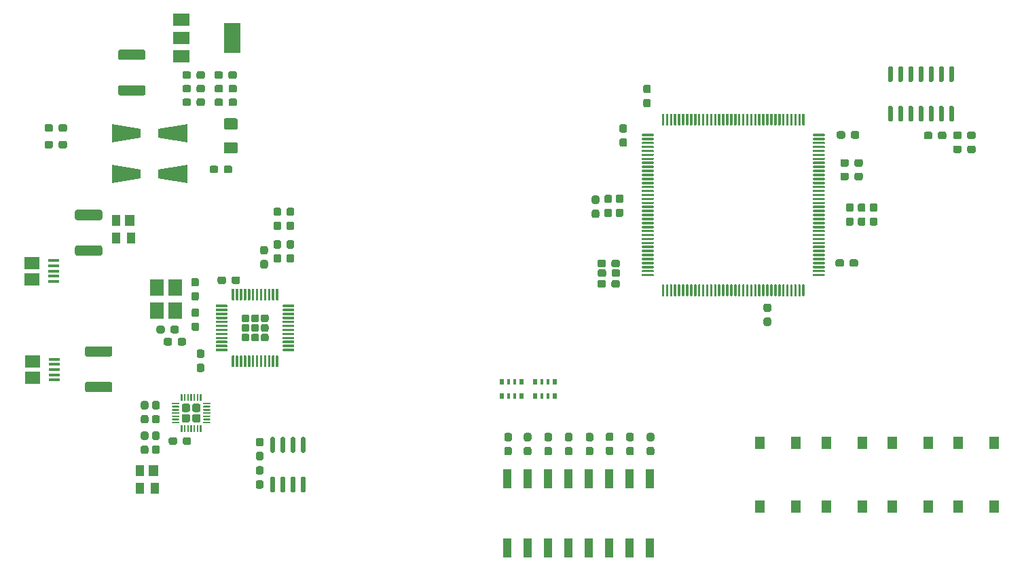
<source format=gtp>
%TF.GenerationSoftware,KiCad,Pcbnew,5.1.6-c6e7f7d~87~ubuntu18.04.1*%
%TF.CreationDate,2020-08-04T22:48:00+01:00*%
%TF.ProjectId,arktika-fpga,61726b74-696b-4612-9d66-7067612e6b69,rev?*%
%TF.SameCoordinates,Original*%
%TF.FileFunction,Paste,Top*%
%TF.FilePolarity,Positive*%
%FSLAX46Y46*%
G04 Gerber Fmt 4.6, Leading zero omitted, Abs format (unit mm)*
G04 Created by KiCad (PCBNEW 5.1.6-c6e7f7d~87~ubuntu18.04.1) date 2020-08-04 22:48:00*
%MOMM*%
%LPD*%
G01*
G04 APERTURE LIST*
%ADD10R,1.900000X1.500000*%
%ADD11R,1.350000X0.400000*%
%ADD12R,1.300000X1.550000*%
%ADD13R,1.120000X2.440000*%
%ADD14R,1.000000X1.400000*%
%ADD15R,1.200000X1.400000*%
%ADD16R,1.800000X2.100000*%
%ADD17R,2.000000X1.500000*%
%ADD18R,2.000000X3.800000*%
%ADD19R,0.500000X0.800000*%
%ADD20R,0.400000X0.800000*%
%ADD21C,0.100000*%
G04 APERTURE END LIST*
D10*
%TO.C,JUSB2*%
X85862500Y-113050000D03*
D11*
X88562500Y-114050000D03*
X88562500Y-114700000D03*
X88562500Y-115350000D03*
X88562500Y-112750000D03*
X88562500Y-113400000D03*
D10*
X85862500Y-115050000D03*
%TD*%
%TO.C,JUSB1*%
X85812500Y-100750000D03*
D11*
X88512500Y-101750000D03*
X88512500Y-102400000D03*
X88512500Y-103050000D03*
X88512500Y-100450000D03*
X88512500Y-101100000D03*
D10*
X85812500Y-102750000D03*
%TD*%
%TO.C,RUP11*%
G36*
G01*
X157390000Y-101762500D02*
X157390000Y-102237500D01*
G75*
G02*
X157152500Y-102475000I-237500J0D01*
G01*
X156577500Y-102475000D01*
G75*
G02*
X156340000Y-102237500I0J237500D01*
G01*
X156340000Y-101762500D01*
G75*
G02*
X156577500Y-101525000I237500J0D01*
G01*
X157152500Y-101525000D01*
G75*
G02*
X157390000Y-101762500I0J-237500D01*
G01*
G37*
G36*
G01*
X159140000Y-101762500D02*
X159140000Y-102237500D01*
G75*
G02*
X158902500Y-102475000I-237500J0D01*
G01*
X158327500Y-102475000D01*
G75*
G02*
X158090000Y-102237500I0J237500D01*
G01*
X158090000Y-101762500D01*
G75*
G02*
X158327500Y-101525000I237500J0D01*
G01*
X158902500Y-101525000D01*
G75*
G02*
X159140000Y-101762500I0J-237500D01*
G01*
G37*
%TD*%
%TO.C,RUP10*%
G36*
G01*
X157360000Y-100572500D02*
X157360000Y-101047500D01*
G75*
G02*
X157122500Y-101285000I-237500J0D01*
G01*
X156547500Y-101285000D01*
G75*
G02*
X156310000Y-101047500I0J237500D01*
G01*
X156310000Y-100572500D01*
G75*
G02*
X156547500Y-100335000I237500J0D01*
G01*
X157122500Y-100335000D01*
G75*
G02*
X157360000Y-100572500I0J-237500D01*
G01*
G37*
G36*
G01*
X159110000Y-100572500D02*
X159110000Y-101047500D01*
G75*
G02*
X158872500Y-101285000I-237500J0D01*
G01*
X158297500Y-101285000D01*
G75*
G02*
X158060000Y-101047500I0J237500D01*
G01*
X158060000Y-100572500D01*
G75*
G02*
X158297500Y-100335000I237500J0D01*
G01*
X158872500Y-100335000D01*
G75*
G02*
X159110000Y-100572500I0J-237500D01*
G01*
G37*
%TD*%
%TO.C,RUP9*%
G36*
G01*
X157360000Y-103112500D02*
X157360000Y-103587500D01*
G75*
G02*
X157122500Y-103825000I-237500J0D01*
G01*
X156547500Y-103825000D01*
G75*
G02*
X156310000Y-103587500I0J237500D01*
G01*
X156310000Y-103112500D01*
G75*
G02*
X156547500Y-102875000I237500J0D01*
G01*
X157122500Y-102875000D01*
G75*
G02*
X157360000Y-103112500I0J-237500D01*
G01*
G37*
G36*
G01*
X159110000Y-103112500D02*
X159110000Y-103587500D01*
G75*
G02*
X158872500Y-103825000I-237500J0D01*
G01*
X158297500Y-103825000D01*
G75*
G02*
X158060000Y-103587500I0J237500D01*
G01*
X158060000Y-103112500D01*
G75*
G02*
X158297500Y-102875000I237500J0D01*
G01*
X158872500Y-102875000D01*
G75*
G02*
X159110000Y-103112500I0J-237500D01*
G01*
G37*
%TD*%
%TO.C,CPER5*%
G36*
G01*
X198065000Y-84587500D02*
X198065000Y-85062500D01*
G75*
G02*
X197827500Y-85300000I-237500J0D01*
G01*
X197252500Y-85300000D01*
G75*
G02*
X197015000Y-85062500I0J237500D01*
G01*
X197015000Y-84587500D01*
G75*
G02*
X197252500Y-84350000I237500J0D01*
G01*
X197827500Y-84350000D01*
G75*
G02*
X198065000Y-84587500I0J-237500D01*
G01*
G37*
G36*
G01*
X199815000Y-84587500D02*
X199815000Y-85062500D01*
G75*
G02*
X199577500Y-85300000I-237500J0D01*
G01*
X199002500Y-85300000D01*
G75*
G02*
X198765000Y-85062500I0J237500D01*
G01*
X198765000Y-84587500D01*
G75*
G02*
X199002500Y-84350000I237500J0D01*
G01*
X199577500Y-84350000D01*
G75*
G02*
X199815000Y-84587500I0J-237500D01*
G01*
G37*
%TD*%
%TO.C,CPER7*%
G36*
G01*
X202415000Y-85037500D02*
X202415000Y-84562500D01*
G75*
G02*
X202652500Y-84325000I237500J0D01*
G01*
X203227500Y-84325000D01*
G75*
G02*
X203465000Y-84562500I0J-237500D01*
G01*
X203465000Y-85037500D01*
G75*
G02*
X203227500Y-85275000I-237500J0D01*
G01*
X202652500Y-85275000D01*
G75*
G02*
X202415000Y-85037500I0J237500D01*
G01*
G37*
G36*
G01*
X200665000Y-85037500D02*
X200665000Y-84562500D01*
G75*
G02*
X200902500Y-84325000I237500J0D01*
G01*
X201477500Y-84325000D01*
G75*
G02*
X201715000Y-84562500I0J-237500D01*
G01*
X201715000Y-85037500D01*
G75*
G02*
X201477500Y-85275000I-237500J0D01*
G01*
X200902500Y-85275000D01*
G75*
G02*
X200665000Y-85037500I0J237500D01*
G01*
G37*
%TD*%
%TO.C,CPER6*%
G36*
G01*
X202415000Y-86787500D02*
X202415000Y-86312500D01*
G75*
G02*
X202652500Y-86075000I237500J0D01*
G01*
X203227500Y-86075000D01*
G75*
G02*
X203465000Y-86312500I0J-237500D01*
G01*
X203465000Y-86787500D01*
G75*
G02*
X203227500Y-87025000I-237500J0D01*
G01*
X202652500Y-87025000D01*
G75*
G02*
X202415000Y-86787500I0J237500D01*
G01*
G37*
G36*
G01*
X200665000Y-86787500D02*
X200665000Y-86312500D01*
G75*
G02*
X200902500Y-86075000I237500J0D01*
G01*
X201477500Y-86075000D01*
G75*
G02*
X201715000Y-86312500I0J-237500D01*
G01*
X201715000Y-86787500D01*
G75*
G02*
X201477500Y-87025000I-237500J0D01*
G01*
X200902500Y-87025000D01*
G75*
G02*
X200665000Y-86787500I0J237500D01*
G01*
G37*
%TD*%
%TO.C,CP7_3*%
G36*
G01*
X177262500Y-107550000D02*
X177737500Y-107550000D01*
G75*
G02*
X177975000Y-107787500I0J-237500D01*
G01*
X177975000Y-108362500D01*
G75*
G02*
X177737500Y-108600000I-237500J0D01*
G01*
X177262500Y-108600000D01*
G75*
G02*
X177025000Y-108362500I0J237500D01*
G01*
X177025000Y-107787500D01*
G75*
G02*
X177262500Y-107550000I237500J0D01*
G01*
G37*
G36*
G01*
X177262500Y-105800000D02*
X177737500Y-105800000D01*
G75*
G02*
X177975000Y-106037500I0J-237500D01*
G01*
X177975000Y-106612500D01*
G75*
G02*
X177737500Y-106850000I-237500J0D01*
G01*
X177262500Y-106850000D01*
G75*
G02*
X177025000Y-106612500I0J237500D01*
G01*
X177025000Y-106037500D01*
G75*
G02*
X177262500Y-105800000I237500J0D01*
G01*
G37*
%TD*%
%TO.C,UUP1*%
G36*
G01*
X114340000Y-110292500D02*
X114340000Y-109807500D01*
G75*
G02*
X114582500Y-109565000I242500J0D01*
G01*
X115067500Y-109565000D01*
G75*
G02*
X115310000Y-109807500I0J-242500D01*
G01*
X115310000Y-110292500D01*
G75*
G02*
X115067500Y-110535000I-242500J0D01*
G01*
X114582500Y-110535000D01*
G75*
G02*
X114340000Y-110292500I0J242500D01*
G01*
G37*
G36*
G01*
X114340000Y-109092500D02*
X114340000Y-108607500D01*
G75*
G02*
X114582500Y-108365000I242500J0D01*
G01*
X115067500Y-108365000D01*
G75*
G02*
X115310000Y-108607500I0J-242500D01*
G01*
X115310000Y-109092500D01*
G75*
G02*
X115067500Y-109335000I-242500J0D01*
G01*
X114582500Y-109335000D01*
G75*
G02*
X114340000Y-109092500I0J242500D01*
G01*
G37*
G36*
G01*
X114340000Y-107892500D02*
X114340000Y-107407500D01*
G75*
G02*
X114582500Y-107165000I242500J0D01*
G01*
X115067500Y-107165000D01*
G75*
G02*
X115310000Y-107407500I0J-242500D01*
G01*
X115310000Y-107892500D01*
G75*
G02*
X115067500Y-108135000I-242500J0D01*
G01*
X114582500Y-108135000D01*
G75*
G02*
X114340000Y-107892500I0J242500D01*
G01*
G37*
G36*
G01*
X113140000Y-110292500D02*
X113140000Y-109807500D01*
G75*
G02*
X113382500Y-109565000I242500J0D01*
G01*
X113867500Y-109565000D01*
G75*
G02*
X114110000Y-109807500I0J-242500D01*
G01*
X114110000Y-110292500D01*
G75*
G02*
X113867500Y-110535000I-242500J0D01*
G01*
X113382500Y-110535000D01*
G75*
G02*
X113140000Y-110292500I0J242500D01*
G01*
G37*
G36*
G01*
X113140000Y-109092500D02*
X113140000Y-108607500D01*
G75*
G02*
X113382500Y-108365000I242500J0D01*
G01*
X113867500Y-108365000D01*
G75*
G02*
X114110000Y-108607500I0J-242500D01*
G01*
X114110000Y-109092500D01*
G75*
G02*
X113867500Y-109335000I-242500J0D01*
G01*
X113382500Y-109335000D01*
G75*
G02*
X113140000Y-109092500I0J242500D01*
G01*
G37*
G36*
G01*
X113140000Y-107892500D02*
X113140000Y-107407500D01*
G75*
G02*
X113382500Y-107165000I242500J0D01*
G01*
X113867500Y-107165000D01*
G75*
G02*
X114110000Y-107407500I0J-242500D01*
G01*
X114110000Y-107892500D01*
G75*
G02*
X113867500Y-108135000I-242500J0D01*
G01*
X113382500Y-108135000D01*
G75*
G02*
X113140000Y-107892500I0J242500D01*
G01*
G37*
G36*
G01*
X111940000Y-110292500D02*
X111940000Y-109807500D01*
G75*
G02*
X112182500Y-109565000I242500J0D01*
G01*
X112667500Y-109565000D01*
G75*
G02*
X112910000Y-109807500I0J-242500D01*
G01*
X112910000Y-110292500D01*
G75*
G02*
X112667500Y-110535000I-242500J0D01*
G01*
X112182500Y-110535000D01*
G75*
G02*
X111940000Y-110292500I0J242500D01*
G01*
G37*
G36*
G01*
X111940000Y-109092500D02*
X111940000Y-108607500D01*
G75*
G02*
X112182500Y-108365000I242500J0D01*
G01*
X112667500Y-108365000D01*
G75*
G02*
X112910000Y-108607500I0J-242500D01*
G01*
X112910000Y-109092500D01*
G75*
G02*
X112667500Y-109335000I-242500J0D01*
G01*
X112182500Y-109335000D01*
G75*
G02*
X111940000Y-109092500I0J242500D01*
G01*
G37*
G36*
G01*
X111940000Y-107892500D02*
X111940000Y-107407500D01*
G75*
G02*
X112182500Y-107165000I242500J0D01*
G01*
X112667500Y-107165000D01*
G75*
G02*
X112910000Y-107407500I0J-242500D01*
G01*
X112910000Y-107892500D01*
G75*
G02*
X112667500Y-108135000I-242500J0D01*
G01*
X112182500Y-108135000D01*
G75*
G02*
X111940000Y-107892500I0J242500D01*
G01*
G37*
G36*
G01*
X110725000Y-105350000D02*
X110725000Y-104025000D01*
G75*
G02*
X110800000Y-103950000I75000J0D01*
G01*
X110950000Y-103950000D01*
G75*
G02*
X111025000Y-104025000I0J-75000D01*
G01*
X111025000Y-105350000D01*
G75*
G02*
X110950000Y-105425000I-75000J0D01*
G01*
X110800000Y-105425000D01*
G75*
G02*
X110725000Y-105350000I0J75000D01*
G01*
G37*
G36*
G01*
X111225000Y-105350000D02*
X111225000Y-104025000D01*
G75*
G02*
X111300000Y-103950000I75000J0D01*
G01*
X111450000Y-103950000D01*
G75*
G02*
X111525000Y-104025000I0J-75000D01*
G01*
X111525000Y-105350000D01*
G75*
G02*
X111450000Y-105425000I-75000J0D01*
G01*
X111300000Y-105425000D01*
G75*
G02*
X111225000Y-105350000I0J75000D01*
G01*
G37*
G36*
G01*
X111725000Y-105350000D02*
X111725000Y-104025000D01*
G75*
G02*
X111800000Y-103950000I75000J0D01*
G01*
X111950000Y-103950000D01*
G75*
G02*
X112025000Y-104025000I0J-75000D01*
G01*
X112025000Y-105350000D01*
G75*
G02*
X111950000Y-105425000I-75000J0D01*
G01*
X111800000Y-105425000D01*
G75*
G02*
X111725000Y-105350000I0J75000D01*
G01*
G37*
G36*
G01*
X112225000Y-105350000D02*
X112225000Y-104025000D01*
G75*
G02*
X112300000Y-103950000I75000J0D01*
G01*
X112450000Y-103950000D01*
G75*
G02*
X112525000Y-104025000I0J-75000D01*
G01*
X112525000Y-105350000D01*
G75*
G02*
X112450000Y-105425000I-75000J0D01*
G01*
X112300000Y-105425000D01*
G75*
G02*
X112225000Y-105350000I0J75000D01*
G01*
G37*
G36*
G01*
X112725000Y-105350000D02*
X112725000Y-104025000D01*
G75*
G02*
X112800000Y-103950000I75000J0D01*
G01*
X112950000Y-103950000D01*
G75*
G02*
X113025000Y-104025000I0J-75000D01*
G01*
X113025000Y-105350000D01*
G75*
G02*
X112950000Y-105425000I-75000J0D01*
G01*
X112800000Y-105425000D01*
G75*
G02*
X112725000Y-105350000I0J75000D01*
G01*
G37*
G36*
G01*
X113225000Y-105350000D02*
X113225000Y-104025000D01*
G75*
G02*
X113300000Y-103950000I75000J0D01*
G01*
X113450000Y-103950000D01*
G75*
G02*
X113525000Y-104025000I0J-75000D01*
G01*
X113525000Y-105350000D01*
G75*
G02*
X113450000Y-105425000I-75000J0D01*
G01*
X113300000Y-105425000D01*
G75*
G02*
X113225000Y-105350000I0J75000D01*
G01*
G37*
G36*
G01*
X113725000Y-105350000D02*
X113725000Y-104025000D01*
G75*
G02*
X113800000Y-103950000I75000J0D01*
G01*
X113950000Y-103950000D01*
G75*
G02*
X114025000Y-104025000I0J-75000D01*
G01*
X114025000Y-105350000D01*
G75*
G02*
X113950000Y-105425000I-75000J0D01*
G01*
X113800000Y-105425000D01*
G75*
G02*
X113725000Y-105350000I0J75000D01*
G01*
G37*
G36*
G01*
X114225000Y-105350000D02*
X114225000Y-104025000D01*
G75*
G02*
X114300000Y-103950000I75000J0D01*
G01*
X114450000Y-103950000D01*
G75*
G02*
X114525000Y-104025000I0J-75000D01*
G01*
X114525000Y-105350000D01*
G75*
G02*
X114450000Y-105425000I-75000J0D01*
G01*
X114300000Y-105425000D01*
G75*
G02*
X114225000Y-105350000I0J75000D01*
G01*
G37*
G36*
G01*
X114725000Y-105350000D02*
X114725000Y-104025000D01*
G75*
G02*
X114800000Y-103950000I75000J0D01*
G01*
X114950000Y-103950000D01*
G75*
G02*
X115025000Y-104025000I0J-75000D01*
G01*
X115025000Y-105350000D01*
G75*
G02*
X114950000Y-105425000I-75000J0D01*
G01*
X114800000Y-105425000D01*
G75*
G02*
X114725000Y-105350000I0J75000D01*
G01*
G37*
G36*
G01*
X115225000Y-105350000D02*
X115225000Y-104025000D01*
G75*
G02*
X115300000Y-103950000I75000J0D01*
G01*
X115450000Y-103950000D01*
G75*
G02*
X115525000Y-104025000I0J-75000D01*
G01*
X115525000Y-105350000D01*
G75*
G02*
X115450000Y-105425000I-75000J0D01*
G01*
X115300000Y-105425000D01*
G75*
G02*
X115225000Y-105350000I0J75000D01*
G01*
G37*
G36*
G01*
X115725000Y-105350000D02*
X115725000Y-104025000D01*
G75*
G02*
X115800000Y-103950000I75000J0D01*
G01*
X115950000Y-103950000D01*
G75*
G02*
X116025000Y-104025000I0J-75000D01*
G01*
X116025000Y-105350000D01*
G75*
G02*
X115950000Y-105425000I-75000J0D01*
G01*
X115800000Y-105425000D01*
G75*
G02*
X115725000Y-105350000I0J75000D01*
G01*
G37*
G36*
G01*
X116225000Y-105350000D02*
X116225000Y-104025000D01*
G75*
G02*
X116300000Y-103950000I75000J0D01*
G01*
X116450000Y-103950000D01*
G75*
G02*
X116525000Y-104025000I0J-75000D01*
G01*
X116525000Y-105350000D01*
G75*
G02*
X116450000Y-105425000I-75000J0D01*
G01*
X116300000Y-105425000D01*
G75*
G02*
X116225000Y-105350000I0J75000D01*
G01*
G37*
G36*
G01*
X117050000Y-106175000D02*
X117050000Y-106025000D01*
G75*
G02*
X117125000Y-105950000I75000J0D01*
G01*
X118450000Y-105950000D01*
G75*
G02*
X118525000Y-106025000I0J-75000D01*
G01*
X118525000Y-106175000D01*
G75*
G02*
X118450000Y-106250000I-75000J0D01*
G01*
X117125000Y-106250000D01*
G75*
G02*
X117050000Y-106175000I0J75000D01*
G01*
G37*
G36*
G01*
X117050000Y-106675000D02*
X117050000Y-106525000D01*
G75*
G02*
X117125000Y-106450000I75000J0D01*
G01*
X118450000Y-106450000D01*
G75*
G02*
X118525000Y-106525000I0J-75000D01*
G01*
X118525000Y-106675000D01*
G75*
G02*
X118450000Y-106750000I-75000J0D01*
G01*
X117125000Y-106750000D01*
G75*
G02*
X117050000Y-106675000I0J75000D01*
G01*
G37*
G36*
G01*
X117050000Y-107175000D02*
X117050000Y-107025000D01*
G75*
G02*
X117125000Y-106950000I75000J0D01*
G01*
X118450000Y-106950000D01*
G75*
G02*
X118525000Y-107025000I0J-75000D01*
G01*
X118525000Y-107175000D01*
G75*
G02*
X118450000Y-107250000I-75000J0D01*
G01*
X117125000Y-107250000D01*
G75*
G02*
X117050000Y-107175000I0J75000D01*
G01*
G37*
G36*
G01*
X117050000Y-107675000D02*
X117050000Y-107525000D01*
G75*
G02*
X117125000Y-107450000I75000J0D01*
G01*
X118450000Y-107450000D01*
G75*
G02*
X118525000Y-107525000I0J-75000D01*
G01*
X118525000Y-107675000D01*
G75*
G02*
X118450000Y-107750000I-75000J0D01*
G01*
X117125000Y-107750000D01*
G75*
G02*
X117050000Y-107675000I0J75000D01*
G01*
G37*
G36*
G01*
X117050000Y-108175000D02*
X117050000Y-108025000D01*
G75*
G02*
X117125000Y-107950000I75000J0D01*
G01*
X118450000Y-107950000D01*
G75*
G02*
X118525000Y-108025000I0J-75000D01*
G01*
X118525000Y-108175000D01*
G75*
G02*
X118450000Y-108250000I-75000J0D01*
G01*
X117125000Y-108250000D01*
G75*
G02*
X117050000Y-108175000I0J75000D01*
G01*
G37*
G36*
G01*
X117050000Y-108675000D02*
X117050000Y-108525000D01*
G75*
G02*
X117125000Y-108450000I75000J0D01*
G01*
X118450000Y-108450000D01*
G75*
G02*
X118525000Y-108525000I0J-75000D01*
G01*
X118525000Y-108675000D01*
G75*
G02*
X118450000Y-108750000I-75000J0D01*
G01*
X117125000Y-108750000D01*
G75*
G02*
X117050000Y-108675000I0J75000D01*
G01*
G37*
G36*
G01*
X117050000Y-109175000D02*
X117050000Y-109025000D01*
G75*
G02*
X117125000Y-108950000I75000J0D01*
G01*
X118450000Y-108950000D01*
G75*
G02*
X118525000Y-109025000I0J-75000D01*
G01*
X118525000Y-109175000D01*
G75*
G02*
X118450000Y-109250000I-75000J0D01*
G01*
X117125000Y-109250000D01*
G75*
G02*
X117050000Y-109175000I0J75000D01*
G01*
G37*
G36*
G01*
X117050000Y-109675000D02*
X117050000Y-109525000D01*
G75*
G02*
X117125000Y-109450000I75000J0D01*
G01*
X118450000Y-109450000D01*
G75*
G02*
X118525000Y-109525000I0J-75000D01*
G01*
X118525000Y-109675000D01*
G75*
G02*
X118450000Y-109750000I-75000J0D01*
G01*
X117125000Y-109750000D01*
G75*
G02*
X117050000Y-109675000I0J75000D01*
G01*
G37*
G36*
G01*
X117050000Y-110175000D02*
X117050000Y-110025000D01*
G75*
G02*
X117125000Y-109950000I75000J0D01*
G01*
X118450000Y-109950000D01*
G75*
G02*
X118525000Y-110025000I0J-75000D01*
G01*
X118525000Y-110175000D01*
G75*
G02*
X118450000Y-110250000I-75000J0D01*
G01*
X117125000Y-110250000D01*
G75*
G02*
X117050000Y-110175000I0J75000D01*
G01*
G37*
G36*
G01*
X117050000Y-110675000D02*
X117050000Y-110525000D01*
G75*
G02*
X117125000Y-110450000I75000J0D01*
G01*
X118450000Y-110450000D01*
G75*
G02*
X118525000Y-110525000I0J-75000D01*
G01*
X118525000Y-110675000D01*
G75*
G02*
X118450000Y-110750000I-75000J0D01*
G01*
X117125000Y-110750000D01*
G75*
G02*
X117050000Y-110675000I0J75000D01*
G01*
G37*
G36*
G01*
X117050000Y-111175000D02*
X117050000Y-111025000D01*
G75*
G02*
X117125000Y-110950000I75000J0D01*
G01*
X118450000Y-110950000D01*
G75*
G02*
X118525000Y-111025000I0J-75000D01*
G01*
X118525000Y-111175000D01*
G75*
G02*
X118450000Y-111250000I-75000J0D01*
G01*
X117125000Y-111250000D01*
G75*
G02*
X117050000Y-111175000I0J75000D01*
G01*
G37*
G36*
G01*
X117050000Y-111675000D02*
X117050000Y-111525000D01*
G75*
G02*
X117125000Y-111450000I75000J0D01*
G01*
X118450000Y-111450000D01*
G75*
G02*
X118525000Y-111525000I0J-75000D01*
G01*
X118525000Y-111675000D01*
G75*
G02*
X118450000Y-111750000I-75000J0D01*
G01*
X117125000Y-111750000D01*
G75*
G02*
X117050000Y-111675000I0J75000D01*
G01*
G37*
G36*
G01*
X116225000Y-113675000D02*
X116225000Y-112350000D01*
G75*
G02*
X116300000Y-112275000I75000J0D01*
G01*
X116450000Y-112275000D01*
G75*
G02*
X116525000Y-112350000I0J-75000D01*
G01*
X116525000Y-113675000D01*
G75*
G02*
X116450000Y-113750000I-75000J0D01*
G01*
X116300000Y-113750000D01*
G75*
G02*
X116225000Y-113675000I0J75000D01*
G01*
G37*
G36*
G01*
X115725000Y-113675000D02*
X115725000Y-112350000D01*
G75*
G02*
X115800000Y-112275000I75000J0D01*
G01*
X115950000Y-112275000D01*
G75*
G02*
X116025000Y-112350000I0J-75000D01*
G01*
X116025000Y-113675000D01*
G75*
G02*
X115950000Y-113750000I-75000J0D01*
G01*
X115800000Y-113750000D01*
G75*
G02*
X115725000Y-113675000I0J75000D01*
G01*
G37*
G36*
G01*
X115225000Y-113675000D02*
X115225000Y-112350000D01*
G75*
G02*
X115300000Y-112275000I75000J0D01*
G01*
X115450000Y-112275000D01*
G75*
G02*
X115525000Y-112350000I0J-75000D01*
G01*
X115525000Y-113675000D01*
G75*
G02*
X115450000Y-113750000I-75000J0D01*
G01*
X115300000Y-113750000D01*
G75*
G02*
X115225000Y-113675000I0J75000D01*
G01*
G37*
G36*
G01*
X114725000Y-113675000D02*
X114725000Y-112350000D01*
G75*
G02*
X114800000Y-112275000I75000J0D01*
G01*
X114950000Y-112275000D01*
G75*
G02*
X115025000Y-112350000I0J-75000D01*
G01*
X115025000Y-113675000D01*
G75*
G02*
X114950000Y-113750000I-75000J0D01*
G01*
X114800000Y-113750000D01*
G75*
G02*
X114725000Y-113675000I0J75000D01*
G01*
G37*
G36*
G01*
X114225000Y-113675000D02*
X114225000Y-112350000D01*
G75*
G02*
X114300000Y-112275000I75000J0D01*
G01*
X114450000Y-112275000D01*
G75*
G02*
X114525000Y-112350000I0J-75000D01*
G01*
X114525000Y-113675000D01*
G75*
G02*
X114450000Y-113750000I-75000J0D01*
G01*
X114300000Y-113750000D01*
G75*
G02*
X114225000Y-113675000I0J75000D01*
G01*
G37*
G36*
G01*
X113725000Y-113675000D02*
X113725000Y-112350000D01*
G75*
G02*
X113800000Y-112275000I75000J0D01*
G01*
X113950000Y-112275000D01*
G75*
G02*
X114025000Y-112350000I0J-75000D01*
G01*
X114025000Y-113675000D01*
G75*
G02*
X113950000Y-113750000I-75000J0D01*
G01*
X113800000Y-113750000D01*
G75*
G02*
X113725000Y-113675000I0J75000D01*
G01*
G37*
G36*
G01*
X113225000Y-113675000D02*
X113225000Y-112350000D01*
G75*
G02*
X113300000Y-112275000I75000J0D01*
G01*
X113450000Y-112275000D01*
G75*
G02*
X113525000Y-112350000I0J-75000D01*
G01*
X113525000Y-113675000D01*
G75*
G02*
X113450000Y-113750000I-75000J0D01*
G01*
X113300000Y-113750000D01*
G75*
G02*
X113225000Y-113675000I0J75000D01*
G01*
G37*
G36*
G01*
X112725000Y-113675000D02*
X112725000Y-112350000D01*
G75*
G02*
X112800000Y-112275000I75000J0D01*
G01*
X112950000Y-112275000D01*
G75*
G02*
X113025000Y-112350000I0J-75000D01*
G01*
X113025000Y-113675000D01*
G75*
G02*
X112950000Y-113750000I-75000J0D01*
G01*
X112800000Y-113750000D01*
G75*
G02*
X112725000Y-113675000I0J75000D01*
G01*
G37*
G36*
G01*
X112225000Y-113675000D02*
X112225000Y-112350000D01*
G75*
G02*
X112300000Y-112275000I75000J0D01*
G01*
X112450000Y-112275000D01*
G75*
G02*
X112525000Y-112350000I0J-75000D01*
G01*
X112525000Y-113675000D01*
G75*
G02*
X112450000Y-113750000I-75000J0D01*
G01*
X112300000Y-113750000D01*
G75*
G02*
X112225000Y-113675000I0J75000D01*
G01*
G37*
G36*
G01*
X111725000Y-113675000D02*
X111725000Y-112350000D01*
G75*
G02*
X111800000Y-112275000I75000J0D01*
G01*
X111950000Y-112275000D01*
G75*
G02*
X112025000Y-112350000I0J-75000D01*
G01*
X112025000Y-113675000D01*
G75*
G02*
X111950000Y-113750000I-75000J0D01*
G01*
X111800000Y-113750000D01*
G75*
G02*
X111725000Y-113675000I0J75000D01*
G01*
G37*
G36*
G01*
X111225000Y-113675000D02*
X111225000Y-112350000D01*
G75*
G02*
X111300000Y-112275000I75000J0D01*
G01*
X111450000Y-112275000D01*
G75*
G02*
X111525000Y-112350000I0J-75000D01*
G01*
X111525000Y-113675000D01*
G75*
G02*
X111450000Y-113750000I-75000J0D01*
G01*
X111300000Y-113750000D01*
G75*
G02*
X111225000Y-113675000I0J75000D01*
G01*
G37*
G36*
G01*
X110725000Y-113675000D02*
X110725000Y-112350000D01*
G75*
G02*
X110800000Y-112275000I75000J0D01*
G01*
X110950000Y-112275000D01*
G75*
G02*
X111025000Y-112350000I0J-75000D01*
G01*
X111025000Y-113675000D01*
G75*
G02*
X110950000Y-113750000I-75000J0D01*
G01*
X110800000Y-113750000D01*
G75*
G02*
X110725000Y-113675000I0J75000D01*
G01*
G37*
G36*
G01*
X108725000Y-111675000D02*
X108725000Y-111525000D01*
G75*
G02*
X108800000Y-111450000I75000J0D01*
G01*
X110125000Y-111450000D01*
G75*
G02*
X110200000Y-111525000I0J-75000D01*
G01*
X110200000Y-111675000D01*
G75*
G02*
X110125000Y-111750000I-75000J0D01*
G01*
X108800000Y-111750000D01*
G75*
G02*
X108725000Y-111675000I0J75000D01*
G01*
G37*
G36*
G01*
X108725000Y-111175000D02*
X108725000Y-111025000D01*
G75*
G02*
X108800000Y-110950000I75000J0D01*
G01*
X110125000Y-110950000D01*
G75*
G02*
X110200000Y-111025000I0J-75000D01*
G01*
X110200000Y-111175000D01*
G75*
G02*
X110125000Y-111250000I-75000J0D01*
G01*
X108800000Y-111250000D01*
G75*
G02*
X108725000Y-111175000I0J75000D01*
G01*
G37*
G36*
G01*
X108725000Y-110675000D02*
X108725000Y-110525000D01*
G75*
G02*
X108800000Y-110450000I75000J0D01*
G01*
X110125000Y-110450000D01*
G75*
G02*
X110200000Y-110525000I0J-75000D01*
G01*
X110200000Y-110675000D01*
G75*
G02*
X110125000Y-110750000I-75000J0D01*
G01*
X108800000Y-110750000D01*
G75*
G02*
X108725000Y-110675000I0J75000D01*
G01*
G37*
G36*
G01*
X108725000Y-110175000D02*
X108725000Y-110025000D01*
G75*
G02*
X108800000Y-109950000I75000J0D01*
G01*
X110125000Y-109950000D01*
G75*
G02*
X110200000Y-110025000I0J-75000D01*
G01*
X110200000Y-110175000D01*
G75*
G02*
X110125000Y-110250000I-75000J0D01*
G01*
X108800000Y-110250000D01*
G75*
G02*
X108725000Y-110175000I0J75000D01*
G01*
G37*
G36*
G01*
X108725000Y-109675000D02*
X108725000Y-109525000D01*
G75*
G02*
X108800000Y-109450000I75000J0D01*
G01*
X110125000Y-109450000D01*
G75*
G02*
X110200000Y-109525000I0J-75000D01*
G01*
X110200000Y-109675000D01*
G75*
G02*
X110125000Y-109750000I-75000J0D01*
G01*
X108800000Y-109750000D01*
G75*
G02*
X108725000Y-109675000I0J75000D01*
G01*
G37*
G36*
G01*
X108725000Y-109175000D02*
X108725000Y-109025000D01*
G75*
G02*
X108800000Y-108950000I75000J0D01*
G01*
X110125000Y-108950000D01*
G75*
G02*
X110200000Y-109025000I0J-75000D01*
G01*
X110200000Y-109175000D01*
G75*
G02*
X110125000Y-109250000I-75000J0D01*
G01*
X108800000Y-109250000D01*
G75*
G02*
X108725000Y-109175000I0J75000D01*
G01*
G37*
G36*
G01*
X108725000Y-108675000D02*
X108725000Y-108525000D01*
G75*
G02*
X108800000Y-108450000I75000J0D01*
G01*
X110125000Y-108450000D01*
G75*
G02*
X110200000Y-108525000I0J-75000D01*
G01*
X110200000Y-108675000D01*
G75*
G02*
X110125000Y-108750000I-75000J0D01*
G01*
X108800000Y-108750000D01*
G75*
G02*
X108725000Y-108675000I0J75000D01*
G01*
G37*
G36*
G01*
X108725000Y-108175000D02*
X108725000Y-108025000D01*
G75*
G02*
X108800000Y-107950000I75000J0D01*
G01*
X110125000Y-107950000D01*
G75*
G02*
X110200000Y-108025000I0J-75000D01*
G01*
X110200000Y-108175000D01*
G75*
G02*
X110125000Y-108250000I-75000J0D01*
G01*
X108800000Y-108250000D01*
G75*
G02*
X108725000Y-108175000I0J75000D01*
G01*
G37*
G36*
G01*
X108725000Y-107675000D02*
X108725000Y-107525000D01*
G75*
G02*
X108800000Y-107450000I75000J0D01*
G01*
X110125000Y-107450000D01*
G75*
G02*
X110200000Y-107525000I0J-75000D01*
G01*
X110200000Y-107675000D01*
G75*
G02*
X110125000Y-107750000I-75000J0D01*
G01*
X108800000Y-107750000D01*
G75*
G02*
X108725000Y-107675000I0J75000D01*
G01*
G37*
G36*
G01*
X108725000Y-107175000D02*
X108725000Y-107025000D01*
G75*
G02*
X108800000Y-106950000I75000J0D01*
G01*
X110125000Y-106950000D01*
G75*
G02*
X110200000Y-107025000I0J-75000D01*
G01*
X110200000Y-107175000D01*
G75*
G02*
X110125000Y-107250000I-75000J0D01*
G01*
X108800000Y-107250000D01*
G75*
G02*
X108725000Y-107175000I0J75000D01*
G01*
G37*
G36*
G01*
X108725000Y-106675000D02*
X108725000Y-106525000D01*
G75*
G02*
X108800000Y-106450000I75000J0D01*
G01*
X110125000Y-106450000D01*
G75*
G02*
X110200000Y-106525000I0J-75000D01*
G01*
X110200000Y-106675000D01*
G75*
G02*
X110125000Y-106750000I-75000J0D01*
G01*
X108800000Y-106750000D01*
G75*
G02*
X108725000Y-106675000I0J75000D01*
G01*
G37*
G36*
G01*
X108725000Y-106175000D02*
X108725000Y-106025000D01*
G75*
G02*
X108800000Y-105950000I75000J0D01*
G01*
X110125000Y-105950000D01*
G75*
G02*
X110200000Y-106025000I0J-75000D01*
G01*
X110200000Y-106175000D01*
G75*
G02*
X110125000Y-106250000I-75000J0D01*
G01*
X108800000Y-106250000D01*
G75*
G02*
X108725000Y-106175000I0J75000D01*
G01*
G37*
%TD*%
D12*
%TO.C,PSH3*%
X205794000Y-123225000D03*
X201294000Y-123225000D03*
X201294000Y-131185000D03*
X205794000Y-131185000D03*
%TD*%
%TO.C,PSH2*%
X197560222Y-123225000D03*
X193060222Y-123225000D03*
X193060222Y-131185000D03*
X197560222Y-131185000D03*
%TD*%
%TO.C,PSH1*%
X189326445Y-123225000D03*
X184826445Y-123225000D03*
X184826445Y-131185000D03*
X189326445Y-131185000D03*
%TD*%
%TO.C,PSH0*%
X181092668Y-123225000D03*
X176592668Y-123225000D03*
X176592668Y-131185000D03*
X181092668Y-131185000D03*
%TD*%
D13*
%TO.C,SW[7..0]1*%
X162881000Y-136280000D03*
X145101000Y-127670000D03*
X160341000Y-136280000D03*
X147641000Y-127670000D03*
X157801000Y-136280000D03*
X150181000Y-127670000D03*
X155261000Y-136280000D03*
X152721000Y-127670000D03*
X152721000Y-136280000D03*
X155261000Y-127670000D03*
X150181000Y-136280000D03*
X157801000Y-127670000D03*
X147641000Y-136280000D03*
X160341000Y-127670000D03*
X145101000Y-136280000D03*
X162881000Y-127670000D03*
%TD*%
D14*
%TO.C,DUSB2*%
X101153000Y-128862000D03*
X99253000Y-128862000D03*
X99253000Y-126662000D03*
D15*
X100973000Y-126662000D03*
%TD*%
D14*
%TO.C,DUSB1*%
X98200000Y-97600000D03*
X96300000Y-97600000D03*
X96300000Y-95400000D03*
D15*
X98020000Y-95400000D03*
%TD*%
D16*
%TO.C,YUP1*%
X103675000Y-103800000D03*
X103675000Y-106700000D03*
X101375000Y-106700000D03*
X101375000Y-103800000D03*
%TD*%
%TO.C,UUP4*%
G36*
G01*
X115970000Y-124425000D02*
X115670000Y-124425000D01*
G75*
G02*
X115520000Y-124275000I0J150000D01*
G01*
X115520000Y-122625000D01*
G75*
G02*
X115670000Y-122475000I150000J0D01*
G01*
X115970000Y-122475000D01*
G75*
G02*
X116120000Y-122625000I0J-150000D01*
G01*
X116120000Y-124275000D01*
G75*
G02*
X115970000Y-124425000I-150000J0D01*
G01*
G37*
G36*
G01*
X117240000Y-124425000D02*
X116940000Y-124425000D01*
G75*
G02*
X116790000Y-124275000I0J150000D01*
G01*
X116790000Y-122625000D01*
G75*
G02*
X116940000Y-122475000I150000J0D01*
G01*
X117240000Y-122475000D01*
G75*
G02*
X117390000Y-122625000I0J-150000D01*
G01*
X117390000Y-124275000D01*
G75*
G02*
X117240000Y-124425000I-150000J0D01*
G01*
G37*
G36*
G01*
X118510000Y-124425000D02*
X118210000Y-124425000D01*
G75*
G02*
X118060000Y-124275000I0J150000D01*
G01*
X118060000Y-122625000D01*
G75*
G02*
X118210000Y-122475000I150000J0D01*
G01*
X118510000Y-122475000D01*
G75*
G02*
X118660000Y-122625000I0J-150000D01*
G01*
X118660000Y-124275000D01*
G75*
G02*
X118510000Y-124425000I-150000J0D01*
G01*
G37*
G36*
G01*
X119780000Y-124425000D02*
X119480000Y-124425000D01*
G75*
G02*
X119330000Y-124275000I0J150000D01*
G01*
X119330000Y-122625000D01*
G75*
G02*
X119480000Y-122475000I150000J0D01*
G01*
X119780000Y-122475000D01*
G75*
G02*
X119930000Y-122625000I0J-150000D01*
G01*
X119930000Y-124275000D01*
G75*
G02*
X119780000Y-124425000I-150000J0D01*
G01*
G37*
G36*
G01*
X119780000Y-129375000D02*
X119480000Y-129375000D01*
G75*
G02*
X119330000Y-129225000I0J150000D01*
G01*
X119330000Y-127575000D01*
G75*
G02*
X119480000Y-127425000I150000J0D01*
G01*
X119780000Y-127425000D01*
G75*
G02*
X119930000Y-127575000I0J-150000D01*
G01*
X119930000Y-129225000D01*
G75*
G02*
X119780000Y-129375000I-150000J0D01*
G01*
G37*
G36*
G01*
X118510000Y-129375000D02*
X118210000Y-129375000D01*
G75*
G02*
X118060000Y-129225000I0J150000D01*
G01*
X118060000Y-127575000D01*
G75*
G02*
X118210000Y-127425000I150000J0D01*
G01*
X118510000Y-127425000D01*
G75*
G02*
X118660000Y-127575000I0J-150000D01*
G01*
X118660000Y-129225000D01*
G75*
G02*
X118510000Y-129375000I-150000J0D01*
G01*
G37*
G36*
G01*
X117240000Y-129375000D02*
X116940000Y-129375000D01*
G75*
G02*
X116790000Y-129225000I0J150000D01*
G01*
X116790000Y-127575000D01*
G75*
G02*
X116940000Y-127425000I150000J0D01*
G01*
X117240000Y-127425000D01*
G75*
G02*
X117390000Y-127575000I0J-150000D01*
G01*
X117390000Y-129225000D01*
G75*
G02*
X117240000Y-129375000I-150000J0D01*
G01*
G37*
G36*
G01*
X115970000Y-129375000D02*
X115670000Y-129375000D01*
G75*
G02*
X115520000Y-129225000I0J150000D01*
G01*
X115520000Y-127575000D01*
G75*
G02*
X115670000Y-127425000I150000J0D01*
G01*
X115970000Y-127425000D01*
G75*
G02*
X116120000Y-127575000I0J-150000D01*
G01*
X116120000Y-129225000D01*
G75*
G02*
X115970000Y-129375000I-150000J0D01*
G01*
G37*
%TD*%
%TO.C,UUP3*%
G36*
G01*
X164575000Y-104900000D02*
X164425000Y-104900000D01*
G75*
G02*
X164350000Y-104825000I0J75000D01*
G01*
X164350000Y-103500000D01*
G75*
G02*
X164425000Y-103425000I75000J0D01*
G01*
X164575000Y-103425000D01*
G75*
G02*
X164650000Y-103500000I0J-75000D01*
G01*
X164650000Y-104825000D01*
G75*
G02*
X164575000Y-104900000I-75000J0D01*
G01*
G37*
G36*
G01*
X165075000Y-104900000D02*
X164925000Y-104900000D01*
G75*
G02*
X164850000Y-104825000I0J75000D01*
G01*
X164850000Y-103500000D01*
G75*
G02*
X164925000Y-103425000I75000J0D01*
G01*
X165075000Y-103425000D01*
G75*
G02*
X165150000Y-103500000I0J-75000D01*
G01*
X165150000Y-104825000D01*
G75*
G02*
X165075000Y-104900000I-75000J0D01*
G01*
G37*
G36*
G01*
X165575000Y-104900000D02*
X165425000Y-104900000D01*
G75*
G02*
X165350000Y-104825000I0J75000D01*
G01*
X165350000Y-103500000D01*
G75*
G02*
X165425000Y-103425000I75000J0D01*
G01*
X165575000Y-103425000D01*
G75*
G02*
X165650000Y-103500000I0J-75000D01*
G01*
X165650000Y-104825000D01*
G75*
G02*
X165575000Y-104900000I-75000J0D01*
G01*
G37*
G36*
G01*
X166075000Y-104900000D02*
X165925000Y-104900000D01*
G75*
G02*
X165850000Y-104825000I0J75000D01*
G01*
X165850000Y-103500000D01*
G75*
G02*
X165925000Y-103425000I75000J0D01*
G01*
X166075000Y-103425000D01*
G75*
G02*
X166150000Y-103500000I0J-75000D01*
G01*
X166150000Y-104825000D01*
G75*
G02*
X166075000Y-104900000I-75000J0D01*
G01*
G37*
G36*
G01*
X166575000Y-104900000D02*
X166425000Y-104900000D01*
G75*
G02*
X166350000Y-104825000I0J75000D01*
G01*
X166350000Y-103500000D01*
G75*
G02*
X166425000Y-103425000I75000J0D01*
G01*
X166575000Y-103425000D01*
G75*
G02*
X166650000Y-103500000I0J-75000D01*
G01*
X166650000Y-104825000D01*
G75*
G02*
X166575000Y-104900000I-75000J0D01*
G01*
G37*
G36*
G01*
X167075000Y-104900000D02*
X166925000Y-104900000D01*
G75*
G02*
X166850000Y-104825000I0J75000D01*
G01*
X166850000Y-103500000D01*
G75*
G02*
X166925000Y-103425000I75000J0D01*
G01*
X167075000Y-103425000D01*
G75*
G02*
X167150000Y-103500000I0J-75000D01*
G01*
X167150000Y-104825000D01*
G75*
G02*
X167075000Y-104900000I-75000J0D01*
G01*
G37*
G36*
G01*
X167575000Y-104900000D02*
X167425000Y-104900000D01*
G75*
G02*
X167350000Y-104825000I0J75000D01*
G01*
X167350000Y-103500000D01*
G75*
G02*
X167425000Y-103425000I75000J0D01*
G01*
X167575000Y-103425000D01*
G75*
G02*
X167650000Y-103500000I0J-75000D01*
G01*
X167650000Y-104825000D01*
G75*
G02*
X167575000Y-104900000I-75000J0D01*
G01*
G37*
G36*
G01*
X168075000Y-104900000D02*
X167925000Y-104900000D01*
G75*
G02*
X167850000Y-104825000I0J75000D01*
G01*
X167850000Y-103500000D01*
G75*
G02*
X167925000Y-103425000I75000J0D01*
G01*
X168075000Y-103425000D01*
G75*
G02*
X168150000Y-103500000I0J-75000D01*
G01*
X168150000Y-104825000D01*
G75*
G02*
X168075000Y-104900000I-75000J0D01*
G01*
G37*
G36*
G01*
X168575000Y-104900000D02*
X168425000Y-104900000D01*
G75*
G02*
X168350000Y-104825000I0J75000D01*
G01*
X168350000Y-103500000D01*
G75*
G02*
X168425000Y-103425000I75000J0D01*
G01*
X168575000Y-103425000D01*
G75*
G02*
X168650000Y-103500000I0J-75000D01*
G01*
X168650000Y-104825000D01*
G75*
G02*
X168575000Y-104900000I-75000J0D01*
G01*
G37*
G36*
G01*
X169075000Y-104900000D02*
X168925000Y-104900000D01*
G75*
G02*
X168850000Y-104825000I0J75000D01*
G01*
X168850000Y-103500000D01*
G75*
G02*
X168925000Y-103425000I75000J0D01*
G01*
X169075000Y-103425000D01*
G75*
G02*
X169150000Y-103500000I0J-75000D01*
G01*
X169150000Y-104825000D01*
G75*
G02*
X169075000Y-104900000I-75000J0D01*
G01*
G37*
G36*
G01*
X169575000Y-104900000D02*
X169425000Y-104900000D01*
G75*
G02*
X169350000Y-104825000I0J75000D01*
G01*
X169350000Y-103500000D01*
G75*
G02*
X169425000Y-103425000I75000J0D01*
G01*
X169575000Y-103425000D01*
G75*
G02*
X169650000Y-103500000I0J-75000D01*
G01*
X169650000Y-104825000D01*
G75*
G02*
X169575000Y-104900000I-75000J0D01*
G01*
G37*
G36*
G01*
X170075000Y-104900000D02*
X169925000Y-104900000D01*
G75*
G02*
X169850000Y-104825000I0J75000D01*
G01*
X169850000Y-103500000D01*
G75*
G02*
X169925000Y-103425000I75000J0D01*
G01*
X170075000Y-103425000D01*
G75*
G02*
X170150000Y-103500000I0J-75000D01*
G01*
X170150000Y-104825000D01*
G75*
G02*
X170075000Y-104900000I-75000J0D01*
G01*
G37*
G36*
G01*
X170575000Y-104900000D02*
X170425000Y-104900000D01*
G75*
G02*
X170350000Y-104825000I0J75000D01*
G01*
X170350000Y-103500000D01*
G75*
G02*
X170425000Y-103425000I75000J0D01*
G01*
X170575000Y-103425000D01*
G75*
G02*
X170650000Y-103500000I0J-75000D01*
G01*
X170650000Y-104825000D01*
G75*
G02*
X170575000Y-104900000I-75000J0D01*
G01*
G37*
G36*
G01*
X171075000Y-104900000D02*
X170925000Y-104900000D01*
G75*
G02*
X170850000Y-104825000I0J75000D01*
G01*
X170850000Y-103500000D01*
G75*
G02*
X170925000Y-103425000I75000J0D01*
G01*
X171075000Y-103425000D01*
G75*
G02*
X171150000Y-103500000I0J-75000D01*
G01*
X171150000Y-104825000D01*
G75*
G02*
X171075000Y-104900000I-75000J0D01*
G01*
G37*
G36*
G01*
X171575000Y-104900000D02*
X171425000Y-104900000D01*
G75*
G02*
X171350000Y-104825000I0J75000D01*
G01*
X171350000Y-103500000D01*
G75*
G02*
X171425000Y-103425000I75000J0D01*
G01*
X171575000Y-103425000D01*
G75*
G02*
X171650000Y-103500000I0J-75000D01*
G01*
X171650000Y-104825000D01*
G75*
G02*
X171575000Y-104900000I-75000J0D01*
G01*
G37*
G36*
G01*
X172075000Y-104900000D02*
X171925000Y-104900000D01*
G75*
G02*
X171850000Y-104825000I0J75000D01*
G01*
X171850000Y-103500000D01*
G75*
G02*
X171925000Y-103425000I75000J0D01*
G01*
X172075000Y-103425000D01*
G75*
G02*
X172150000Y-103500000I0J-75000D01*
G01*
X172150000Y-104825000D01*
G75*
G02*
X172075000Y-104900000I-75000J0D01*
G01*
G37*
G36*
G01*
X172575000Y-104900000D02*
X172425000Y-104900000D01*
G75*
G02*
X172350000Y-104825000I0J75000D01*
G01*
X172350000Y-103500000D01*
G75*
G02*
X172425000Y-103425000I75000J0D01*
G01*
X172575000Y-103425000D01*
G75*
G02*
X172650000Y-103500000I0J-75000D01*
G01*
X172650000Y-104825000D01*
G75*
G02*
X172575000Y-104900000I-75000J0D01*
G01*
G37*
G36*
G01*
X173075000Y-104900000D02*
X172925000Y-104900000D01*
G75*
G02*
X172850000Y-104825000I0J75000D01*
G01*
X172850000Y-103500000D01*
G75*
G02*
X172925000Y-103425000I75000J0D01*
G01*
X173075000Y-103425000D01*
G75*
G02*
X173150000Y-103500000I0J-75000D01*
G01*
X173150000Y-104825000D01*
G75*
G02*
X173075000Y-104900000I-75000J0D01*
G01*
G37*
G36*
G01*
X173575000Y-104900000D02*
X173425000Y-104900000D01*
G75*
G02*
X173350000Y-104825000I0J75000D01*
G01*
X173350000Y-103500000D01*
G75*
G02*
X173425000Y-103425000I75000J0D01*
G01*
X173575000Y-103425000D01*
G75*
G02*
X173650000Y-103500000I0J-75000D01*
G01*
X173650000Y-104825000D01*
G75*
G02*
X173575000Y-104900000I-75000J0D01*
G01*
G37*
G36*
G01*
X174075000Y-104900000D02*
X173925000Y-104900000D01*
G75*
G02*
X173850000Y-104825000I0J75000D01*
G01*
X173850000Y-103500000D01*
G75*
G02*
X173925000Y-103425000I75000J0D01*
G01*
X174075000Y-103425000D01*
G75*
G02*
X174150000Y-103500000I0J-75000D01*
G01*
X174150000Y-104825000D01*
G75*
G02*
X174075000Y-104900000I-75000J0D01*
G01*
G37*
G36*
G01*
X174575000Y-104900000D02*
X174425000Y-104900000D01*
G75*
G02*
X174350000Y-104825000I0J75000D01*
G01*
X174350000Y-103500000D01*
G75*
G02*
X174425000Y-103425000I75000J0D01*
G01*
X174575000Y-103425000D01*
G75*
G02*
X174650000Y-103500000I0J-75000D01*
G01*
X174650000Y-104825000D01*
G75*
G02*
X174575000Y-104900000I-75000J0D01*
G01*
G37*
G36*
G01*
X175075000Y-104900000D02*
X174925000Y-104900000D01*
G75*
G02*
X174850000Y-104825000I0J75000D01*
G01*
X174850000Y-103500000D01*
G75*
G02*
X174925000Y-103425000I75000J0D01*
G01*
X175075000Y-103425000D01*
G75*
G02*
X175150000Y-103500000I0J-75000D01*
G01*
X175150000Y-104825000D01*
G75*
G02*
X175075000Y-104900000I-75000J0D01*
G01*
G37*
G36*
G01*
X175575000Y-104900000D02*
X175425000Y-104900000D01*
G75*
G02*
X175350000Y-104825000I0J75000D01*
G01*
X175350000Y-103500000D01*
G75*
G02*
X175425000Y-103425000I75000J0D01*
G01*
X175575000Y-103425000D01*
G75*
G02*
X175650000Y-103500000I0J-75000D01*
G01*
X175650000Y-104825000D01*
G75*
G02*
X175575000Y-104900000I-75000J0D01*
G01*
G37*
G36*
G01*
X176075000Y-104900000D02*
X175925000Y-104900000D01*
G75*
G02*
X175850000Y-104825000I0J75000D01*
G01*
X175850000Y-103500000D01*
G75*
G02*
X175925000Y-103425000I75000J0D01*
G01*
X176075000Y-103425000D01*
G75*
G02*
X176150000Y-103500000I0J-75000D01*
G01*
X176150000Y-104825000D01*
G75*
G02*
X176075000Y-104900000I-75000J0D01*
G01*
G37*
G36*
G01*
X176575000Y-104900000D02*
X176425000Y-104900000D01*
G75*
G02*
X176350000Y-104825000I0J75000D01*
G01*
X176350000Y-103500000D01*
G75*
G02*
X176425000Y-103425000I75000J0D01*
G01*
X176575000Y-103425000D01*
G75*
G02*
X176650000Y-103500000I0J-75000D01*
G01*
X176650000Y-104825000D01*
G75*
G02*
X176575000Y-104900000I-75000J0D01*
G01*
G37*
G36*
G01*
X177075000Y-104900000D02*
X176925000Y-104900000D01*
G75*
G02*
X176850000Y-104825000I0J75000D01*
G01*
X176850000Y-103500000D01*
G75*
G02*
X176925000Y-103425000I75000J0D01*
G01*
X177075000Y-103425000D01*
G75*
G02*
X177150000Y-103500000I0J-75000D01*
G01*
X177150000Y-104825000D01*
G75*
G02*
X177075000Y-104900000I-75000J0D01*
G01*
G37*
G36*
G01*
X177575000Y-104900000D02*
X177425000Y-104900000D01*
G75*
G02*
X177350000Y-104825000I0J75000D01*
G01*
X177350000Y-103500000D01*
G75*
G02*
X177425000Y-103425000I75000J0D01*
G01*
X177575000Y-103425000D01*
G75*
G02*
X177650000Y-103500000I0J-75000D01*
G01*
X177650000Y-104825000D01*
G75*
G02*
X177575000Y-104900000I-75000J0D01*
G01*
G37*
G36*
G01*
X178075000Y-104900000D02*
X177925000Y-104900000D01*
G75*
G02*
X177850000Y-104825000I0J75000D01*
G01*
X177850000Y-103500000D01*
G75*
G02*
X177925000Y-103425000I75000J0D01*
G01*
X178075000Y-103425000D01*
G75*
G02*
X178150000Y-103500000I0J-75000D01*
G01*
X178150000Y-104825000D01*
G75*
G02*
X178075000Y-104900000I-75000J0D01*
G01*
G37*
G36*
G01*
X178575000Y-104900000D02*
X178425000Y-104900000D01*
G75*
G02*
X178350000Y-104825000I0J75000D01*
G01*
X178350000Y-103500000D01*
G75*
G02*
X178425000Y-103425000I75000J0D01*
G01*
X178575000Y-103425000D01*
G75*
G02*
X178650000Y-103500000I0J-75000D01*
G01*
X178650000Y-104825000D01*
G75*
G02*
X178575000Y-104900000I-75000J0D01*
G01*
G37*
G36*
G01*
X179075000Y-104900000D02*
X178925000Y-104900000D01*
G75*
G02*
X178850000Y-104825000I0J75000D01*
G01*
X178850000Y-103500000D01*
G75*
G02*
X178925000Y-103425000I75000J0D01*
G01*
X179075000Y-103425000D01*
G75*
G02*
X179150000Y-103500000I0J-75000D01*
G01*
X179150000Y-104825000D01*
G75*
G02*
X179075000Y-104900000I-75000J0D01*
G01*
G37*
G36*
G01*
X179575000Y-104900000D02*
X179425000Y-104900000D01*
G75*
G02*
X179350000Y-104825000I0J75000D01*
G01*
X179350000Y-103500000D01*
G75*
G02*
X179425000Y-103425000I75000J0D01*
G01*
X179575000Y-103425000D01*
G75*
G02*
X179650000Y-103500000I0J-75000D01*
G01*
X179650000Y-104825000D01*
G75*
G02*
X179575000Y-104900000I-75000J0D01*
G01*
G37*
G36*
G01*
X180075000Y-104900000D02*
X179925000Y-104900000D01*
G75*
G02*
X179850000Y-104825000I0J75000D01*
G01*
X179850000Y-103500000D01*
G75*
G02*
X179925000Y-103425000I75000J0D01*
G01*
X180075000Y-103425000D01*
G75*
G02*
X180150000Y-103500000I0J-75000D01*
G01*
X180150000Y-104825000D01*
G75*
G02*
X180075000Y-104900000I-75000J0D01*
G01*
G37*
G36*
G01*
X180575000Y-104900000D02*
X180425000Y-104900000D01*
G75*
G02*
X180350000Y-104825000I0J75000D01*
G01*
X180350000Y-103500000D01*
G75*
G02*
X180425000Y-103425000I75000J0D01*
G01*
X180575000Y-103425000D01*
G75*
G02*
X180650000Y-103500000I0J-75000D01*
G01*
X180650000Y-104825000D01*
G75*
G02*
X180575000Y-104900000I-75000J0D01*
G01*
G37*
G36*
G01*
X181075000Y-104900000D02*
X180925000Y-104900000D01*
G75*
G02*
X180850000Y-104825000I0J75000D01*
G01*
X180850000Y-103500000D01*
G75*
G02*
X180925000Y-103425000I75000J0D01*
G01*
X181075000Y-103425000D01*
G75*
G02*
X181150000Y-103500000I0J-75000D01*
G01*
X181150000Y-104825000D01*
G75*
G02*
X181075000Y-104900000I-75000J0D01*
G01*
G37*
G36*
G01*
X181575000Y-104900000D02*
X181425000Y-104900000D01*
G75*
G02*
X181350000Y-104825000I0J75000D01*
G01*
X181350000Y-103500000D01*
G75*
G02*
X181425000Y-103425000I75000J0D01*
G01*
X181575000Y-103425000D01*
G75*
G02*
X181650000Y-103500000I0J-75000D01*
G01*
X181650000Y-104825000D01*
G75*
G02*
X181575000Y-104900000I-75000J0D01*
G01*
G37*
G36*
G01*
X182075000Y-104900000D02*
X181925000Y-104900000D01*
G75*
G02*
X181850000Y-104825000I0J75000D01*
G01*
X181850000Y-103500000D01*
G75*
G02*
X181925000Y-103425000I75000J0D01*
G01*
X182075000Y-103425000D01*
G75*
G02*
X182150000Y-103500000I0J-75000D01*
G01*
X182150000Y-104825000D01*
G75*
G02*
X182075000Y-104900000I-75000J0D01*
G01*
G37*
G36*
G01*
X184575000Y-102400000D02*
X183250000Y-102400000D01*
G75*
G02*
X183175000Y-102325000I0J75000D01*
G01*
X183175000Y-102175000D01*
G75*
G02*
X183250000Y-102100000I75000J0D01*
G01*
X184575000Y-102100000D01*
G75*
G02*
X184650000Y-102175000I0J-75000D01*
G01*
X184650000Y-102325000D01*
G75*
G02*
X184575000Y-102400000I-75000J0D01*
G01*
G37*
G36*
G01*
X184575000Y-101900000D02*
X183250000Y-101900000D01*
G75*
G02*
X183175000Y-101825000I0J75000D01*
G01*
X183175000Y-101675000D01*
G75*
G02*
X183250000Y-101600000I75000J0D01*
G01*
X184575000Y-101600000D01*
G75*
G02*
X184650000Y-101675000I0J-75000D01*
G01*
X184650000Y-101825000D01*
G75*
G02*
X184575000Y-101900000I-75000J0D01*
G01*
G37*
G36*
G01*
X184575000Y-101400000D02*
X183250000Y-101400000D01*
G75*
G02*
X183175000Y-101325000I0J75000D01*
G01*
X183175000Y-101175000D01*
G75*
G02*
X183250000Y-101100000I75000J0D01*
G01*
X184575000Y-101100000D01*
G75*
G02*
X184650000Y-101175000I0J-75000D01*
G01*
X184650000Y-101325000D01*
G75*
G02*
X184575000Y-101400000I-75000J0D01*
G01*
G37*
G36*
G01*
X184575000Y-100900000D02*
X183250000Y-100900000D01*
G75*
G02*
X183175000Y-100825000I0J75000D01*
G01*
X183175000Y-100675000D01*
G75*
G02*
X183250000Y-100600000I75000J0D01*
G01*
X184575000Y-100600000D01*
G75*
G02*
X184650000Y-100675000I0J-75000D01*
G01*
X184650000Y-100825000D01*
G75*
G02*
X184575000Y-100900000I-75000J0D01*
G01*
G37*
G36*
G01*
X184575000Y-100400000D02*
X183250000Y-100400000D01*
G75*
G02*
X183175000Y-100325000I0J75000D01*
G01*
X183175000Y-100175000D01*
G75*
G02*
X183250000Y-100100000I75000J0D01*
G01*
X184575000Y-100100000D01*
G75*
G02*
X184650000Y-100175000I0J-75000D01*
G01*
X184650000Y-100325000D01*
G75*
G02*
X184575000Y-100400000I-75000J0D01*
G01*
G37*
G36*
G01*
X184575000Y-99900000D02*
X183250000Y-99900000D01*
G75*
G02*
X183175000Y-99825000I0J75000D01*
G01*
X183175000Y-99675000D01*
G75*
G02*
X183250000Y-99600000I75000J0D01*
G01*
X184575000Y-99600000D01*
G75*
G02*
X184650000Y-99675000I0J-75000D01*
G01*
X184650000Y-99825000D01*
G75*
G02*
X184575000Y-99900000I-75000J0D01*
G01*
G37*
G36*
G01*
X184575000Y-99400000D02*
X183250000Y-99400000D01*
G75*
G02*
X183175000Y-99325000I0J75000D01*
G01*
X183175000Y-99175000D01*
G75*
G02*
X183250000Y-99100000I75000J0D01*
G01*
X184575000Y-99100000D01*
G75*
G02*
X184650000Y-99175000I0J-75000D01*
G01*
X184650000Y-99325000D01*
G75*
G02*
X184575000Y-99400000I-75000J0D01*
G01*
G37*
G36*
G01*
X184575000Y-98900000D02*
X183250000Y-98900000D01*
G75*
G02*
X183175000Y-98825000I0J75000D01*
G01*
X183175000Y-98675000D01*
G75*
G02*
X183250000Y-98600000I75000J0D01*
G01*
X184575000Y-98600000D01*
G75*
G02*
X184650000Y-98675000I0J-75000D01*
G01*
X184650000Y-98825000D01*
G75*
G02*
X184575000Y-98900000I-75000J0D01*
G01*
G37*
G36*
G01*
X184575000Y-98400000D02*
X183250000Y-98400000D01*
G75*
G02*
X183175000Y-98325000I0J75000D01*
G01*
X183175000Y-98175000D01*
G75*
G02*
X183250000Y-98100000I75000J0D01*
G01*
X184575000Y-98100000D01*
G75*
G02*
X184650000Y-98175000I0J-75000D01*
G01*
X184650000Y-98325000D01*
G75*
G02*
X184575000Y-98400000I-75000J0D01*
G01*
G37*
G36*
G01*
X184575000Y-97900000D02*
X183250000Y-97900000D01*
G75*
G02*
X183175000Y-97825000I0J75000D01*
G01*
X183175000Y-97675000D01*
G75*
G02*
X183250000Y-97600000I75000J0D01*
G01*
X184575000Y-97600000D01*
G75*
G02*
X184650000Y-97675000I0J-75000D01*
G01*
X184650000Y-97825000D01*
G75*
G02*
X184575000Y-97900000I-75000J0D01*
G01*
G37*
G36*
G01*
X184575000Y-97400000D02*
X183250000Y-97400000D01*
G75*
G02*
X183175000Y-97325000I0J75000D01*
G01*
X183175000Y-97175000D01*
G75*
G02*
X183250000Y-97100000I75000J0D01*
G01*
X184575000Y-97100000D01*
G75*
G02*
X184650000Y-97175000I0J-75000D01*
G01*
X184650000Y-97325000D01*
G75*
G02*
X184575000Y-97400000I-75000J0D01*
G01*
G37*
G36*
G01*
X184575000Y-96900000D02*
X183250000Y-96900000D01*
G75*
G02*
X183175000Y-96825000I0J75000D01*
G01*
X183175000Y-96675000D01*
G75*
G02*
X183250000Y-96600000I75000J0D01*
G01*
X184575000Y-96600000D01*
G75*
G02*
X184650000Y-96675000I0J-75000D01*
G01*
X184650000Y-96825000D01*
G75*
G02*
X184575000Y-96900000I-75000J0D01*
G01*
G37*
G36*
G01*
X184575000Y-96400000D02*
X183250000Y-96400000D01*
G75*
G02*
X183175000Y-96325000I0J75000D01*
G01*
X183175000Y-96175000D01*
G75*
G02*
X183250000Y-96100000I75000J0D01*
G01*
X184575000Y-96100000D01*
G75*
G02*
X184650000Y-96175000I0J-75000D01*
G01*
X184650000Y-96325000D01*
G75*
G02*
X184575000Y-96400000I-75000J0D01*
G01*
G37*
G36*
G01*
X184575000Y-95900000D02*
X183250000Y-95900000D01*
G75*
G02*
X183175000Y-95825000I0J75000D01*
G01*
X183175000Y-95675000D01*
G75*
G02*
X183250000Y-95600000I75000J0D01*
G01*
X184575000Y-95600000D01*
G75*
G02*
X184650000Y-95675000I0J-75000D01*
G01*
X184650000Y-95825000D01*
G75*
G02*
X184575000Y-95900000I-75000J0D01*
G01*
G37*
G36*
G01*
X184575000Y-95400000D02*
X183250000Y-95400000D01*
G75*
G02*
X183175000Y-95325000I0J75000D01*
G01*
X183175000Y-95175000D01*
G75*
G02*
X183250000Y-95100000I75000J0D01*
G01*
X184575000Y-95100000D01*
G75*
G02*
X184650000Y-95175000I0J-75000D01*
G01*
X184650000Y-95325000D01*
G75*
G02*
X184575000Y-95400000I-75000J0D01*
G01*
G37*
G36*
G01*
X184575000Y-94900000D02*
X183250000Y-94900000D01*
G75*
G02*
X183175000Y-94825000I0J75000D01*
G01*
X183175000Y-94675000D01*
G75*
G02*
X183250000Y-94600000I75000J0D01*
G01*
X184575000Y-94600000D01*
G75*
G02*
X184650000Y-94675000I0J-75000D01*
G01*
X184650000Y-94825000D01*
G75*
G02*
X184575000Y-94900000I-75000J0D01*
G01*
G37*
G36*
G01*
X184575000Y-94400000D02*
X183250000Y-94400000D01*
G75*
G02*
X183175000Y-94325000I0J75000D01*
G01*
X183175000Y-94175000D01*
G75*
G02*
X183250000Y-94100000I75000J0D01*
G01*
X184575000Y-94100000D01*
G75*
G02*
X184650000Y-94175000I0J-75000D01*
G01*
X184650000Y-94325000D01*
G75*
G02*
X184575000Y-94400000I-75000J0D01*
G01*
G37*
G36*
G01*
X184575000Y-93900000D02*
X183250000Y-93900000D01*
G75*
G02*
X183175000Y-93825000I0J75000D01*
G01*
X183175000Y-93675000D01*
G75*
G02*
X183250000Y-93600000I75000J0D01*
G01*
X184575000Y-93600000D01*
G75*
G02*
X184650000Y-93675000I0J-75000D01*
G01*
X184650000Y-93825000D01*
G75*
G02*
X184575000Y-93900000I-75000J0D01*
G01*
G37*
G36*
G01*
X184575000Y-93400000D02*
X183250000Y-93400000D01*
G75*
G02*
X183175000Y-93325000I0J75000D01*
G01*
X183175000Y-93175000D01*
G75*
G02*
X183250000Y-93100000I75000J0D01*
G01*
X184575000Y-93100000D01*
G75*
G02*
X184650000Y-93175000I0J-75000D01*
G01*
X184650000Y-93325000D01*
G75*
G02*
X184575000Y-93400000I-75000J0D01*
G01*
G37*
G36*
G01*
X184575000Y-92900000D02*
X183250000Y-92900000D01*
G75*
G02*
X183175000Y-92825000I0J75000D01*
G01*
X183175000Y-92675000D01*
G75*
G02*
X183250000Y-92600000I75000J0D01*
G01*
X184575000Y-92600000D01*
G75*
G02*
X184650000Y-92675000I0J-75000D01*
G01*
X184650000Y-92825000D01*
G75*
G02*
X184575000Y-92900000I-75000J0D01*
G01*
G37*
G36*
G01*
X184575000Y-92400000D02*
X183250000Y-92400000D01*
G75*
G02*
X183175000Y-92325000I0J75000D01*
G01*
X183175000Y-92175000D01*
G75*
G02*
X183250000Y-92100000I75000J0D01*
G01*
X184575000Y-92100000D01*
G75*
G02*
X184650000Y-92175000I0J-75000D01*
G01*
X184650000Y-92325000D01*
G75*
G02*
X184575000Y-92400000I-75000J0D01*
G01*
G37*
G36*
G01*
X184575000Y-91900000D02*
X183250000Y-91900000D01*
G75*
G02*
X183175000Y-91825000I0J75000D01*
G01*
X183175000Y-91675000D01*
G75*
G02*
X183250000Y-91600000I75000J0D01*
G01*
X184575000Y-91600000D01*
G75*
G02*
X184650000Y-91675000I0J-75000D01*
G01*
X184650000Y-91825000D01*
G75*
G02*
X184575000Y-91900000I-75000J0D01*
G01*
G37*
G36*
G01*
X184575000Y-91400000D02*
X183250000Y-91400000D01*
G75*
G02*
X183175000Y-91325000I0J75000D01*
G01*
X183175000Y-91175000D01*
G75*
G02*
X183250000Y-91100000I75000J0D01*
G01*
X184575000Y-91100000D01*
G75*
G02*
X184650000Y-91175000I0J-75000D01*
G01*
X184650000Y-91325000D01*
G75*
G02*
X184575000Y-91400000I-75000J0D01*
G01*
G37*
G36*
G01*
X184575000Y-90900000D02*
X183250000Y-90900000D01*
G75*
G02*
X183175000Y-90825000I0J75000D01*
G01*
X183175000Y-90675000D01*
G75*
G02*
X183250000Y-90600000I75000J0D01*
G01*
X184575000Y-90600000D01*
G75*
G02*
X184650000Y-90675000I0J-75000D01*
G01*
X184650000Y-90825000D01*
G75*
G02*
X184575000Y-90900000I-75000J0D01*
G01*
G37*
G36*
G01*
X184575000Y-90400000D02*
X183250000Y-90400000D01*
G75*
G02*
X183175000Y-90325000I0J75000D01*
G01*
X183175000Y-90175000D01*
G75*
G02*
X183250000Y-90100000I75000J0D01*
G01*
X184575000Y-90100000D01*
G75*
G02*
X184650000Y-90175000I0J-75000D01*
G01*
X184650000Y-90325000D01*
G75*
G02*
X184575000Y-90400000I-75000J0D01*
G01*
G37*
G36*
G01*
X184575000Y-89900000D02*
X183250000Y-89900000D01*
G75*
G02*
X183175000Y-89825000I0J75000D01*
G01*
X183175000Y-89675000D01*
G75*
G02*
X183250000Y-89600000I75000J0D01*
G01*
X184575000Y-89600000D01*
G75*
G02*
X184650000Y-89675000I0J-75000D01*
G01*
X184650000Y-89825000D01*
G75*
G02*
X184575000Y-89900000I-75000J0D01*
G01*
G37*
G36*
G01*
X184575000Y-89400000D02*
X183250000Y-89400000D01*
G75*
G02*
X183175000Y-89325000I0J75000D01*
G01*
X183175000Y-89175000D01*
G75*
G02*
X183250000Y-89100000I75000J0D01*
G01*
X184575000Y-89100000D01*
G75*
G02*
X184650000Y-89175000I0J-75000D01*
G01*
X184650000Y-89325000D01*
G75*
G02*
X184575000Y-89400000I-75000J0D01*
G01*
G37*
G36*
G01*
X184575000Y-88900000D02*
X183250000Y-88900000D01*
G75*
G02*
X183175000Y-88825000I0J75000D01*
G01*
X183175000Y-88675000D01*
G75*
G02*
X183250000Y-88600000I75000J0D01*
G01*
X184575000Y-88600000D01*
G75*
G02*
X184650000Y-88675000I0J-75000D01*
G01*
X184650000Y-88825000D01*
G75*
G02*
X184575000Y-88900000I-75000J0D01*
G01*
G37*
G36*
G01*
X184575000Y-88400000D02*
X183250000Y-88400000D01*
G75*
G02*
X183175000Y-88325000I0J75000D01*
G01*
X183175000Y-88175000D01*
G75*
G02*
X183250000Y-88100000I75000J0D01*
G01*
X184575000Y-88100000D01*
G75*
G02*
X184650000Y-88175000I0J-75000D01*
G01*
X184650000Y-88325000D01*
G75*
G02*
X184575000Y-88400000I-75000J0D01*
G01*
G37*
G36*
G01*
X184575000Y-87900000D02*
X183250000Y-87900000D01*
G75*
G02*
X183175000Y-87825000I0J75000D01*
G01*
X183175000Y-87675000D01*
G75*
G02*
X183250000Y-87600000I75000J0D01*
G01*
X184575000Y-87600000D01*
G75*
G02*
X184650000Y-87675000I0J-75000D01*
G01*
X184650000Y-87825000D01*
G75*
G02*
X184575000Y-87900000I-75000J0D01*
G01*
G37*
G36*
G01*
X184575000Y-87400000D02*
X183250000Y-87400000D01*
G75*
G02*
X183175000Y-87325000I0J75000D01*
G01*
X183175000Y-87175000D01*
G75*
G02*
X183250000Y-87100000I75000J0D01*
G01*
X184575000Y-87100000D01*
G75*
G02*
X184650000Y-87175000I0J-75000D01*
G01*
X184650000Y-87325000D01*
G75*
G02*
X184575000Y-87400000I-75000J0D01*
G01*
G37*
G36*
G01*
X184575000Y-86900000D02*
X183250000Y-86900000D01*
G75*
G02*
X183175000Y-86825000I0J75000D01*
G01*
X183175000Y-86675000D01*
G75*
G02*
X183250000Y-86600000I75000J0D01*
G01*
X184575000Y-86600000D01*
G75*
G02*
X184650000Y-86675000I0J-75000D01*
G01*
X184650000Y-86825000D01*
G75*
G02*
X184575000Y-86900000I-75000J0D01*
G01*
G37*
G36*
G01*
X184575000Y-86400000D02*
X183250000Y-86400000D01*
G75*
G02*
X183175000Y-86325000I0J75000D01*
G01*
X183175000Y-86175000D01*
G75*
G02*
X183250000Y-86100000I75000J0D01*
G01*
X184575000Y-86100000D01*
G75*
G02*
X184650000Y-86175000I0J-75000D01*
G01*
X184650000Y-86325000D01*
G75*
G02*
X184575000Y-86400000I-75000J0D01*
G01*
G37*
G36*
G01*
X184575000Y-85900000D02*
X183250000Y-85900000D01*
G75*
G02*
X183175000Y-85825000I0J75000D01*
G01*
X183175000Y-85675000D01*
G75*
G02*
X183250000Y-85600000I75000J0D01*
G01*
X184575000Y-85600000D01*
G75*
G02*
X184650000Y-85675000I0J-75000D01*
G01*
X184650000Y-85825000D01*
G75*
G02*
X184575000Y-85900000I-75000J0D01*
G01*
G37*
G36*
G01*
X184575000Y-85400000D02*
X183250000Y-85400000D01*
G75*
G02*
X183175000Y-85325000I0J75000D01*
G01*
X183175000Y-85175000D01*
G75*
G02*
X183250000Y-85100000I75000J0D01*
G01*
X184575000Y-85100000D01*
G75*
G02*
X184650000Y-85175000I0J-75000D01*
G01*
X184650000Y-85325000D01*
G75*
G02*
X184575000Y-85400000I-75000J0D01*
G01*
G37*
G36*
G01*
X184575000Y-84900000D02*
X183250000Y-84900000D01*
G75*
G02*
X183175000Y-84825000I0J75000D01*
G01*
X183175000Y-84675000D01*
G75*
G02*
X183250000Y-84600000I75000J0D01*
G01*
X184575000Y-84600000D01*
G75*
G02*
X184650000Y-84675000I0J-75000D01*
G01*
X184650000Y-84825000D01*
G75*
G02*
X184575000Y-84900000I-75000J0D01*
G01*
G37*
G36*
G01*
X182075000Y-83575000D02*
X181925000Y-83575000D01*
G75*
G02*
X181850000Y-83500000I0J75000D01*
G01*
X181850000Y-82175000D01*
G75*
G02*
X181925000Y-82100000I75000J0D01*
G01*
X182075000Y-82100000D01*
G75*
G02*
X182150000Y-82175000I0J-75000D01*
G01*
X182150000Y-83500000D01*
G75*
G02*
X182075000Y-83575000I-75000J0D01*
G01*
G37*
G36*
G01*
X181575000Y-83575000D02*
X181425000Y-83575000D01*
G75*
G02*
X181350000Y-83500000I0J75000D01*
G01*
X181350000Y-82175000D01*
G75*
G02*
X181425000Y-82100000I75000J0D01*
G01*
X181575000Y-82100000D01*
G75*
G02*
X181650000Y-82175000I0J-75000D01*
G01*
X181650000Y-83500000D01*
G75*
G02*
X181575000Y-83575000I-75000J0D01*
G01*
G37*
G36*
G01*
X181075000Y-83575000D02*
X180925000Y-83575000D01*
G75*
G02*
X180850000Y-83500000I0J75000D01*
G01*
X180850000Y-82175000D01*
G75*
G02*
X180925000Y-82100000I75000J0D01*
G01*
X181075000Y-82100000D01*
G75*
G02*
X181150000Y-82175000I0J-75000D01*
G01*
X181150000Y-83500000D01*
G75*
G02*
X181075000Y-83575000I-75000J0D01*
G01*
G37*
G36*
G01*
X180575000Y-83575000D02*
X180425000Y-83575000D01*
G75*
G02*
X180350000Y-83500000I0J75000D01*
G01*
X180350000Y-82175000D01*
G75*
G02*
X180425000Y-82100000I75000J0D01*
G01*
X180575000Y-82100000D01*
G75*
G02*
X180650000Y-82175000I0J-75000D01*
G01*
X180650000Y-83500000D01*
G75*
G02*
X180575000Y-83575000I-75000J0D01*
G01*
G37*
G36*
G01*
X180075000Y-83575000D02*
X179925000Y-83575000D01*
G75*
G02*
X179850000Y-83500000I0J75000D01*
G01*
X179850000Y-82175000D01*
G75*
G02*
X179925000Y-82100000I75000J0D01*
G01*
X180075000Y-82100000D01*
G75*
G02*
X180150000Y-82175000I0J-75000D01*
G01*
X180150000Y-83500000D01*
G75*
G02*
X180075000Y-83575000I-75000J0D01*
G01*
G37*
G36*
G01*
X179575000Y-83575000D02*
X179425000Y-83575000D01*
G75*
G02*
X179350000Y-83500000I0J75000D01*
G01*
X179350000Y-82175000D01*
G75*
G02*
X179425000Y-82100000I75000J0D01*
G01*
X179575000Y-82100000D01*
G75*
G02*
X179650000Y-82175000I0J-75000D01*
G01*
X179650000Y-83500000D01*
G75*
G02*
X179575000Y-83575000I-75000J0D01*
G01*
G37*
G36*
G01*
X179075000Y-83575000D02*
X178925000Y-83575000D01*
G75*
G02*
X178850000Y-83500000I0J75000D01*
G01*
X178850000Y-82175000D01*
G75*
G02*
X178925000Y-82100000I75000J0D01*
G01*
X179075000Y-82100000D01*
G75*
G02*
X179150000Y-82175000I0J-75000D01*
G01*
X179150000Y-83500000D01*
G75*
G02*
X179075000Y-83575000I-75000J0D01*
G01*
G37*
G36*
G01*
X178575000Y-83575000D02*
X178425000Y-83575000D01*
G75*
G02*
X178350000Y-83500000I0J75000D01*
G01*
X178350000Y-82175000D01*
G75*
G02*
X178425000Y-82100000I75000J0D01*
G01*
X178575000Y-82100000D01*
G75*
G02*
X178650000Y-82175000I0J-75000D01*
G01*
X178650000Y-83500000D01*
G75*
G02*
X178575000Y-83575000I-75000J0D01*
G01*
G37*
G36*
G01*
X178075000Y-83575000D02*
X177925000Y-83575000D01*
G75*
G02*
X177850000Y-83500000I0J75000D01*
G01*
X177850000Y-82175000D01*
G75*
G02*
X177925000Y-82100000I75000J0D01*
G01*
X178075000Y-82100000D01*
G75*
G02*
X178150000Y-82175000I0J-75000D01*
G01*
X178150000Y-83500000D01*
G75*
G02*
X178075000Y-83575000I-75000J0D01*
G01*
G37*
G36*
G01*
X177575000Y-83575000D02*
X177425000Y-83575000D01*
G75*
G02*
X177350000Y-83500000I0J75000D01*
G01*
X177350000Y-82175000D01*
G75*
G02*
X177425000Y-82100000I75000J0D01*
G01*
X177575000Y-82100000D01*
G75*
G02*
X177650000Y-82175000I0J-75000D01*
G01*
X177650000Y-83500000D01*
G75*
G02*
X177575000Y-83575000I-75000J0D01*
G01*
G37*
G36*
G01*
X177075000Y-83575000D02*
X176925000Y-83575000D01*
G75*
G02*
X176850000Y-83500000I0J75000D01*
G01*
X176850000Y-82175000D01*
G75*
G02*
X176925000Y-82100000I75000J0D01*
G01*
X177075000Y-82100000D01*
G75*
G02*
X177150000Y-82175000I0J-75000D01*
G01*
X177150000Y-83500000D01*
G75*
G02*
X177075000Y-83575000I-75000J0D01*
G01*
G37*
G36*
G01*
X176575000Y-83575000D02*
X176425000Y-83575000D01*
G75*
G02*
X176350000Y-83500000I0J75000D01*
G01*
X176350000Y-82175000D01*
G75*
G02*
X176425000Y-82100000I75000J0D01*
G01*
X176575000Y-82100000D01*
G75*
G02*
X176650000Y-82175000I0J-75000D01*
G01*
X176650000Y-83500000D01*
G75*
G02*
X176575000Y-83575000I-75000J0D01*
G01*
G37*
G36*
G01*
X176075000Y-83575000D02*
X175925000Y-83575000D01*
G75*
G02*
X175850000Y-83500000I0J75000D01*
G01*
X175850000Y-82175000D01*
G75*
G02*
X175925000Y-82100000I75000J0D01*
G01*
X176075000Y-82100000D01*
G75*
G02*
X176150000Y-82175000I0J-75000D01*
G01*
X176150000Y-83500000D01*
G75*
G02*
X176075000Y-83575000I-75000J0D01*
G01*
G37*
G36*
G01*
X175575000Y-83575000D02*
X175425000Y-83575000D01*
G75*
G02*
X175350000Y-83500000I0J75000D01*
G01*
X175350000Y-82175000D01*
G75*
G02*
X175425000Y-82100000I75000J0D01*
G01*
X175575000Y-82100000D01*
G75*
G02*
X175650000Y-82175000I0J-75000D01*
G01*
X175650000Y-83500000D01*
G75*
G02*
X175575000Y-83575000I-75000J0D01*
G01*
G37*
G36*
G01*
X175075000Y-83575000D02*
X174925000Y-83575000D01*
G75*
G02*
X174850000Y-83500000I0J75000D01*
G01*
X174850000Y-82175000D01*
G75*
G02*
X174925000Y-82100000I75000J0D01*
G01*
X175075000Y-82100000D01*
G75*
G02*
X175150000Y-82175000I0J-75000D01*
G01*
X175150000Y-83500000D01*
G75*
G02*
X175075000Y-83575000I-75000J0D01*
G01*
G37*
G36*
G01*
X174575000Y-83575000D02*
X174425000Y-83575000D01*
G75*
G02*
X174350000Y-83500000I0J75000D01*
G01*
X174350000Y-82175000D01*
G75*
G02*
X174425000Y-82100000I75000J0D01*
G01*
X174575000Y-82100000D01*
G75*
G02*
X174650000Y-82175000I0J-75000D01*
G01*
X174650000Y-83500000D01*
G75*
G02*
X174575000Y-83575000I-75000J0D01*
G01*
G37*
G36*
G01*
X174075000Y-83575000D02*
X173925000Y-83575000D01*
G75*
G02*
X173850000Y-83500000I0J75000D01*
G01*
X173850000Y-82175000D01*
G75*
G02*
X173925000Y-82100000I75000J0D01*
G01*
X174075000Y-82100000D01*
G75*
G02*
X174150000Y-82175000I0J-75000D01*
G01*
X174150000Y-83500000D01*
G75*
G02*
X174075000Y-83575000I-75000J0D01*
G01*
G37*
G36*
G01*
X173575000Y-83575000D02*
X173425000Y-83575000D01*
G75*
G02*
X173350000Y-83500000I0J75000D01*
G01*
X173350000Y-82175000D01*
G75*
G02*
X173425000Y-82100000I75000J0D01*
G01*
X173575000Y-82100000D01*
G75*
G02*
X173650000Y-82175000I0J-75000D01*
G01*
X173650000Y-83500000D01*
G75*
G02*
X173575000Y-83575000I-75000J0D01*
G01*
G37*
G36*
G01*
X173075000Y-83575000D02*
X172925000Y-83575000D01*
G75*
G02*
X172850000Y-83500000I0J75000D01*
G01*
X172850000Y-82175000D01*
G75*
G02*
X172925000Y-82100000I75000J0D01*
G01*
X173075000Y-82100000D01*
G75*
G02*
X173150000Y-82175000I0J-75000D01*
G01*
X173150000Y-83500000D01*
G75*
G02*
X173075000Y-83575000I-75000J0D01*
G01*
G37*
G36*
G01*
X172575000Y-83575000D02*
X172425000Y-83575000D01*
G75*
G02*
X172350000Y-83500000I0J75000D01*
G01*
X172350000Y-82175000D01*
G75*
G02*
X172425000Y-82100000I75000J0D01*
G01*
X172575000Y-82100000D01*
G75*
G02*
X172650000Y-82175000I0J-75000D01*
G01*
X172650000Y-83500000D01*
G75*
G02*
X172575000Y-83575000I-75000J0D01*
G01*
G37*
G36*
G01*
X172075000Y-83575000D02*
X171925000Y-83575000D01*
G75*
G02*
X171850000Y-83500000I0J75000D01*
G01*
X171850000Y-82175000D01*
G75*
G02*
X171925000Y-82100000I75000J0D01*
G01*
X172075000Y-82100000D01*
G75*
G02*
X172150000Y-82175000I0J-75000D01*
G01*
X172150000Y-83500000D01*
G75*
G02*
X172075000Y-83575000I-75000J0D01*
G01*
G37*
G36*
G01*
X171575000Y-83575000D02*
X171425000Y-83575000D01*
G75*
G02*
X171350000Y-83500000I0J75000D01*
G01*
X171350000Y-82175000D01*
G75*
G02*
X171425000Y-82100000I75000J0D01*
G01*
X171575000Y-82100000D01*
G75*
G02*
X171650000Y-82175000I0J-75000D01*
G01*
X171650000Y-83500000D01*
G75*
G02*
X171575000Y-83575000I-75000J0D01*
G01*
G37*
G36*
G01*
X171075000Y-83575000D02*
X170925000Y-83575000D01*
G75*
G02*
X170850000Y-83500000I0J75000D01*
G01*
X170850000Y-82175000D01*
G75*
G02*
X170925000Y-82100000I75000J0D01*
G01*
X171075000Y-82100000D01*
G75*
G02*
X171150000Y-82175000I0J-75000D01*
G01*
X171150000Y-83500000D01*
G75*
G02*
X171075000Y-83575000I-75000J0D01*
G01*
G37*
G36*
G01*
X170575000Y-83575000D02*
X170425000Y-83575000D01*
G75*
G02*
X170350000Y-83500000I0J75000D01*
G01*
X170350000Y-82175000D01*
G75*
G02*
X170425000Y-82100000I75000J0D01*
G01*
X170575000Y-82100000D01*
G75*
G02*
X170650000Y-82175000I0J-75000D01*
G01*
X170650000Y-83500000D01*
G75*
G02*
X170575000Y-83575000I-75000J0D01*
G01*
G37*
G36*
G01*
X170075000Y-83575000D02*
X169925000Y-83575000D01*
G75*
G02*
X169850000Y-83500000I0J75000D01*
G01*
X169850000Y-82175000D01*
G75*
G02*
X169925000Y-82100000I75000J0D01*
G01*
X170075000Y-82100000D01*
G75*
G02*
X170150000Y-82175000I0J-75000D01*
G01*
X170150000Y-83500000D01*
G75*
G02*
X170075000Y-83575000I-75000J0D01*
G01*
G37*
G36*
G01*
X169575000Y-83575000D02*
X169425000Y-83575000D01*
G75*
G02*
X169350000Y-83500000I0J75000D01*
G01*
X169350000Y-82175000D01*
G75*
G02*
X169425000Y-82100000I75000J0D01*
G01*
X169575000Y-82100000D01*
G75*
G02*
X169650000Y-82175000I0J-75000D01*
G01*
X169650000Y-83500000D01*
G75*
G02*
X169575000Y-83575000I-75000J0D01*
G01*
G37*
G36*
G01*
X169075000Y-83575000D02*
X168925000Y-83575000D01*
G75*
G02*
X168850000Y-83500000I0J75000D01*
G01*
X168850000Y-82175000D01*
G75*
G02*
X168925000Y-82100000I75000J0D01*
G01*
X169075000Y-82100000D01*
G75*
G02*
X169150000Y-82175000I0J-75000D01*
G01*
X169150000Y-83500000D01*
G75*
G02*
X169075000Y-83575000I-75000J0D01*
G01*
G37*
G36*
G01*
X168575000Y-83575000D02*
X168425000Y-83575000D01*
G75*
G02*
X168350000Y-83500000I0J75000D01*
G01*
X168350000Y-82175000D01*
G75*
G02*
X168425000Y-82100000I75000J0D01*
G01*
X168575000Y-82100000D01*
G75*
G02*
X168650000Y-82175000I0J-75000D01*
G01*
X168650000Y-83500000D01*
G75*
G02*
X168575000Y-83575000I-75000J0D01*
G01*
G37*
G36*
G01*
X168075000Y-83575000D02*
X167925000Y-83575000D01*
G75*
G02*
X167850000Y-83500000I0J75000D01*
G01*
X167850000Y-82175000D01*
G75*
G02*
X167925000Y-82100000I75000J0D01*
G01*
X168075000Y-82100000D01*
G75*
G02*
X168150000Y-82175000I0J-75000D01*
G01*
X168150000Y-83500000D01*
G75*
G02*
X168075000Y-83575000I-75000J0D01*
G01*
G37*
G36*
G01*
X167575000Y-83575000D02*
X167425000Y-83575000D01*
G75*
G02*
X167350000Y-83500000I0J75000D01*
G01*
X167350000Y-82175000D01*
G75*
G02*
X167425000Y-82100000I75000J0D01*
G01*
X167575000Y-82100000D01*
G75*
G02*
X167650000Y-82175000I0J-75000D01*
G01*
X167650000Y-83500000D01*
G75*
G02*
X167575000Y-83575000I-75000J0D01*
G01*
G37*
G36*
G01*
X167075000Y-83575000D02*
X166925000Y-83575000D01*
G75*
G02*
X166850000Y-83500000I0J75000D01*
G01*
X166850000Y-82175000D01*
G75*
G02*
X166925000Y-82100000I75000J0D01*
G01*
X167075000Y-82100000D01*
G75*
G02*
X167150000Y-82175000I0J-75000D01*
G01*
X167150000Y-83500000D01*
G75*
G02*
X167075000Y-83575000I-75000J0D01*
G01*
G37*
G36*
G01*
X166575000Y-83575000D02*
X166425000Y-83575000D01*
G75*
G02*
X166350000Y-83500000I0J75000D01*
G01*
X166350000Y-82175000D01*
G75*
G02*
X166425000Y-82100000I75000J0D01*
G01*
X166575000Y-82100000D01*
G75*
G02*
X166650000Y-82175000I0J-75000D01*
G01*
X166650000Y-83500000D01*
G75*
G02*
X166575000Y-83575000I-75000J0D01*
G01*
G37*
G36*
G01*
X166075000Y-83575000D02*
X165925000Y-83575000D01*
G75*
G02*
X165850000Y-83500000I0J75000D01*
G01*
X165850000Y-82175000D01*
G75*
G02*
X165925000Y-82100000I75000J0D01*
G01*
X166075000Y-82100000D01*
G75*
G02*
X166150000Y-82175000I0J-75000D01*
G01*
X166150000Y-83500000D01*
G75*
G02*
X166075000Y-83575000I-75000J0D01*
G01*
G37*
G36*
G01*
X165575000Y-83575000D02*
X165425000Y-83575000D01*
G75*
G02*
X165350000Y-83500000I0J75000D01*
G01*
X165350000Y-82175000D01*
G75*
G02*
X165425000Y-82100000I75000J0D01*
G01*
X165575000Y-82100000D01*
G75*
G02*
X165650000Y-82175000I0J-75000D01*
G01*
X165650000Y-83500000D01*
G75*
G02*
X165575000Y-83575000I-75000J0D01*
G01*
G37*
G36*
G01*
X165075000Y-83575000D02*
X164925000Y-83575000D01*
G75*
G02*
X164850000Y-83500000I0J75000D01*
G01*
X164850000Y-82175000D01*
G75*
G02*
X164925000Y-82100000I75000J0D01*
G01*
X165075000Y-82100000D01*
G75*
G02*
X165150000Y-82175000I0J-75000D01*
G01*
X165150000Y-83500000D01*
G75*
G02*
X165075000Y-83575000I-75000J0D01*
G01*
G37*
G36*
G01*
X164575000Y-83575000D02*
X164425000Y-83575000D01*
G75*
G02*
X164350000Y-83500000I0J75000D01*
G01*
X164350000Y-82175000D01*
G75*
G02*
X164425000Y-82100000I75000J0D01*
G01*
X164575000Y-82100000D01*
G75*
G02*
X164650000Y-82175000I0J-75000D01*
G01*
X164650000Y-83500000D01*
G75*
G02*
X164575000Y-83575000I-75000J0D01*
G01*
G37*
G36*
G01*
X163250000Y-84900000D02*
X161925000Y-84900000D01*
G75*
G02*
X161850000Y-84825000I0J75000D01*
G01*
X161850000Y-84675000D01*
G75*
G02*
X161925000Y-84600000I75000J0D01*
G01*
X163250000Y-84600000D01*
G75*
G02*
X163325000Y-84675000I0J-75000D01*
G01*
X163325000Y-84825000D01*
G75*
G02*
X163250000Y-84900000I-75000J0D01*
G01*
G37*
G36*
G01*
X163250000Y-85400000D02*
X161925000Y-85400000D01*
G75*
G02*
X161850000Y-85325000I0J75000D01*
G01*
X161850000Y-85175000D01*
G75*
G02*
X161925000Y-85100000I75000J0D01*
G01*
X163250000Y-85100000D01*
G75*
G02*
X163325000Y-85175000I0J-75000D01*
G01*
X163325000Y-85325000D01*
G75*
G02*
X163250000Y-85400000I-75000J0D01*
G01*
G37*
G36*
G01*
X163250000Y-85900000D02*
X161925000Y-85900000D01*
G75*
G02*
X161850000Y-85825000I0J75000D01*
G01*
X161850000Y-85675000D01*
G75*
G02*
X161925000Y-85600000I75000J0D01*
G01*
X163250000Y-85600000D01*
G75*
G02*
X163325000Y-85675000I0J-75000D01*
G01*
X163325000Y-85825000D01*
G75*
G02*
X163250000Y-85900000I-75000J0D01*
G01*
G37*
G36*
G01*
X163250000Y-86400000D02*
X161925000Y-86400000D01*
G75*
G02*
X161850000Y-86325000I0J75000D01*
G01*
X161850000Y-86175000D01*
G75*
G02*
X161925000Y-86100000I75000J0D01*
G01*
X163250000Y-86100000D01*
G75*
G02*
X163325000Y-86175000I0J-75000D01*
G01*
X163325000Y-86325000D01*
G75*
G02*
X163250000Y-86400000I-75000J0D01*
G01*
G37*
G36*
G01*
X163250000Y-86900000D02*
X161925000Y-86900000D01*
G75*
G02*
X161850000Y-86825000I0J75000D01*
G01*
X161850000Y-86675000D01*
G75*
G02*
X161925000Y-86600000I75000J0D01*
G01*
X163250000Y-86600000D01*
G75*
G02*
X163325000Y-86675000I0J-75000D01*
G01*
X163325000Y-86825000D01*
G75*
G02*
X163250000Y-86900000I-75000J0D01*
G01*
G37*
G36*
G01*
X163250000Y-87400000D02*
X161925000Y-87400000D01*
G75*
G02*
X161850000Y-87325000I0J75000D01*
G01*
X161850000Y-87175000D01*
G75*
G02*
X161925000Y-87100000I75000J0D01*
G01*
X163250000Y-87100000D01*
G75*
G02*
X163325000Y-87175000I0J-75000D01*
G01*
X163325000Y-87325000D01*
G75*
G02*
X163250000Y-87400000I-75000J0D01*
G01*
G37*
G36*
G01*
X163250000Y-87900000D02*
X161925000Y-87900000D01*
G75*
G02*
X161850000Y-87825000I0J75000D01*
G01*
X161850000Y-87675000D01*
G75*
G02*
X161925000Y-87600000I75000J0D01*
G01*
X163250000Y-87600000D01*
G75*
G02*
X163325000Y-87675000I0J-75000D01*
G01*
X163325000Y-87825000D01*
G75*
G02*
X163250000Y-87900000I-75000J0D01*
G01*
G37*
G36*
G01*
X163250000Y-88400000D02*
X161925000Y-88400000D01*
G75*
G02*
X161850000Y-88325000I0J75000D01*
G01*
X161850000Y-88175000D01*
G75*
G02*
X161925000Y-88100000I75000J0D01*
G01*
X163250000Y-88100000D01*
G75*
G02*
X163325000Y-88175000I0J-75000D01*
G01*
X163325000Y-88325000D01*
G75*
G02*
X163250000Y-88400000I-75000J0D01*
G01*
G37*
G36*
G01*
X163250000Y-88900000D02*
X161925000Y-88900000D01*
G75*
G02*
X161850000Y-88825000I0J75000D01*
G01*
X161850000Y-88675000D01*
G75*
G02*
X161925000Y-88600000I75000J0D01*
G01*
X163250000Y-88600000D01*
G75*
G02*
X163325000Y-88675000I0J-75000D01*
G01*
X163325000Y-88825000D01*
G75*
G02*
X163250000Y-88900000I-75000J0D01*
G01*
G37*
G36*
G01*
X163250000Y-89400000D02*
X161925000Y-89400000D01*
G75*
G02*
X161850000Y-89325000I0J75000D01*
G01*
X161850000Y-89175000D01*
G75*
G02*
X161925000Y-89100000I75000J0D01*
G01*
X163250000Y-89100000D01*
G75*
G02*
X163325000Y-89175000I0J-75000D01*
G01*
X163325000Y-89325000D01*
G75*
G02*
X163250000Y-89400000I-75000J0D01*
G01*
G37*
G36*
G01*
X163250000Y-89900000D02*
X161925000Y-89900000D01*
G75*
G02*
X161850000Y-89825000I0J75000D01*
G01*
X161850000Y-89675000D01*
G75*
G02*
X161925000Y-89600000I75000J0D01*
G01*
X163250000Y-89600000D01*
G75*
G02*
X163325000Y-89675000I0J-75000D01*
G01*
X163325000Y-89825000D01*
G75*
G02*
X163250000Y-89900000I-75000J0D01*
G01*
G37*
G36*
G01*
X163250000Y-90400000D02*
X161925000Y-90400000D01*
G75*
G02*
X161850000Y-90325000I0J75000D01*
G01*
X161850000Y-90175000D01*
G75*
G02*
X161925000Y-90100000I75000J0D01*
G01*
X163250000Y-90100000D01*
G75*
G02*
X163325000Y-90175000I0J-75000D01*
G01*
X163325000Y-90325000D01*
G75*
G02*
X163250000Y-90400000I-75000J0D01*
G01*
G37*
G36*
G01*
X163250000Y-90900000D02*
X161925000Y-90900000D01*
G75*
G02*
X161850000Y-90825000I0J75000D01*
G01*
X161850000Y-90675000D01*
G75*
G02*
X161925000Y-90600000I75000J0D01*
G01*
X163250000Y-90600000D01*
G75*
G02*
X163325000Y-90675000I0J-75000D01*
G01*
X163325000Y-90825000D01*
G75*
G02*
X163250000Y-90900000I-75000J0D01*
G01*
G37*
G36*
G01*
X163250000Y-91400000D02*
X161925000Y-91400000D01*
G75*
G02*
X161850000Y-91325000I0J75000D01*
G01*
X161850000Y-91175000D01*
G75*
G02*
X161925000Y-91100000I75000J0D01*
G01*
X163250000Y-91100000D01*
G75*
G02*
X163325000Y-91175000I0J-75000D01*
G01*
X163325000Y-91325000D01*
G75*
G02*
X163250000Y-91400000I-75000J0D01*
G01*
G37*
G36*
G01*
X163250000Y-91900000D02*
X161925000Y-91900000D01*
G75*
G02*
X161850000Y-91825000I0J75000D01*
G01*
X161850000Y-91675000D01*
G75*
G02*
X161925000Y-91600000I75000J0D01*
G01*
X163250000Y-91600000D01*
G75*
G02*
X163325000Y-91675000I0J-75000D01*
G01*
X163325000Y-91825000D01*
G75*
G02*
X163250000Y-91900000I-75000J0D01*
G01*
G37*
G36*
G01*
X163250000Y-92400000D02*
X161925000Y-92400000D01*
G75*
G02*
X161850000Y-92325000I0J75000D01*
G01*
X161850000Y-92175000D01*
G75*
G02*
X161925000Y-92100000I75000J0D01*
G01*
X163250000Y-92100000D01*
G75*
G02*
X163325000Y-92175000I0J-75000D01*
G01*
X163325000Y-92325000D01*
G75*
G02*
X163250000Y-92400000I-75000J0D01*
G01*
G37*
G36*
G01*
X163250000Y-92900000D02*
X161925000Y-92900000D01*
G75*
G02*
X161850000Y-92825000I0J75000D01*
G01*
X161850000Y-92675000D01*
G75*
G02*
X161925000Y-92600000I75000J0D01*
G01*
X163250000Y-92600000D01*
G75*
G02*
X163325000Y-92675000I0J-75000D01*
G01*
X163325000Y-92825000D01*
G75*
G02*
X163250000Y-92900000I-75000J0D01*
G01*
G37*
G36*
G01*
X163250000Y-93400000D02*
X161925000Y-93400000D01*
G75*
G02*
X161850000Y-93325000I0J75000D01*
G01*
X161850000Y-93175000D01*
G75*
G02*
X161925000Y-93100000I75000J0D01*
G01*
X163250000Y-93100000D01*
G75*
G02*
X163325000Y-93175000I0J-75000D01*
G01*
X163325000Y-93325000D01*
G75*
G02*
X163250000Y-93400000I-75000J0D01*
G01*
G37*
G36*
G01*
X163250000Y-93900000D02*
X161925000Y-93900000D01*
G75*
G02*
X161850000Y-93825000I0J75000D01*
G01*
X161850000Y-93675000D01*
G75*
G02*
X161925000Y-93600000I75000J0D01*
G01*
X163250000Y-93600000D01*
G75*
G02*
X163325000Y-93675000I0J-75000D01*
G01*
X163325000Y-93825000D01*
G75*
G02*
X163250000Y-93900000I-75000J0D01*
G01*
G37*
G36*
G01*
X163250000Y-94400000D02*
X161925000Y-94400000D01*
G75*
G02*
X161850000Y-94325000I0J75000D01*
G01*
X161850000Y-94175000D01*
G75*
G02*
X161925000Y-94100000I75000J0D01*
G01*
X163250000Y-94100000D01*
G75*
G02*
X163325000Y-94175000I0J-75000D01*
G01*
X163325000Y-94325000D01*
G75*
G02*
X163250000Y-94400000I-75000J0D01*
G01*
G37*
G36*
G01*
X163250000Y-94900000D02*
X161925000Y-94900000D01*
G75*
G02*
X161850000Y-94825000I0J75000D01*
G01*
X161850000Y-94675000D01*
G75*
G02*
X161925000Y-94600000I75000J0D01*
G01*
X163250000Y-94600000D01*
G75*
G02*
X163325000Y-94675000I0J-75000D01*
G01*
X163325000Y-94825000D01*
G75*
G02*
X163250000Y-94900000I-75000J0D01*
G01*
G37*
G36*
G01*
X163250000Y-95400000D02*
X161925000Y-95400000D01*
G75*
G02*
X161850000Y-95325000I0J75000D01*
G01*
X161850000Y-95175000D01*
G75*
G02*
X161925000Y-95100000I75000J0D01*
G01*
X163250000Y-95100000D01*
G75*
G02*
X163325000Y-95175000I0J-75000D01*
G01*
X163325000Y-95325000D01*
G75*
G02*
X163250000Y-95400000I-75000J0D01*
G01*
G37*
G36*
G01*
X163250000Y-95900000D02*
X161925000Y-95900000D01*
G75*
G02*
X161850000Y-95825000I0J75000D01*
G01*
X161850000Y-95675000D01*
G75*
G02*
X161925000Y-95600000I75000J0D01*
G01*
X163250000Y-95600000D01*
G75*
G02*
X163325000Y-95675000I0J-75000D01*
G01*
X163325000Y-95825000D01*
G75*
G02*
X163250000Y-95900000I-75000J0D01*
G01*
G37*
G36*
G01*
X163250000Y-96400000D02*
X161925000Y-96400000D01*
G75*
G02*
X161850000Y-96325000I0J75000D01*
G01*
X161850000Y-96175000D01*
G75*
G02*
X161925000Y-96100000I75000J0D01*
G01*
X163250000Y-96100000D01*
G75*
G02*
X163325000Y-96175000I0J-75000D01*
G01*
X163325000Y-96325000D01*
G75*
G02*
X163250000Y-96400000I-75000J0D01*
G01*
G37*
G36*
G01*
X163250000Y-96900000D02*
X161925000Y-96900000D01*
G75*
G02*
X161850000Y-96825000I0J75000D01*
G01*
X161850000Y-96675000D01*
G75*
G02*
X161925000Y-96600000I75000J0D01*
G01*
X163250000Y-96600000D01*
G75*
G02*
X163325000Y-96675000I0J-75000D01*
G01*
X163325000Y-96825000D01*
G75*
G02*
X163250000Y-96900000I-75000J0D01*
G01*
G37*
G36*
G01*
X163250000Y-97400000D02*
X161925000Y-97400000D01*
G75*
G02*
X161850000Y-97325000I0J75000D01*
G01*
X161850000Y-97175000D01*
G75*
G02*
X161925000Y-97100000I75000J0D01*
G01*
X163250000Y-97100000D01*
G75*
G02*
X163325000Y-97175000I0J-75000D01*
G01*
X163325000Y-97325000D01*
G75*
G02*
X163250000Y-97400000I-75000J0D01*
G01*
G37*
G36*
G01*
X163250000Y-97900000D02*
X161925000Y-97900000D01*
G75*
G02*
X161850000Y-97825000I0J75000D01*
G01*
X161850000Y-97675000D01*
G75*
G02*
X161925000Y-97600000I75000J0D01*
G01*
X163250000Y-97600000D01*
G75*
G02*
X163325000Y-97675000I0J-75000D01*
G01*
X163325000Y-97825000D01*
G75*
G02*
X163250000Y-97900000I-75000J0D01*
G01*
G37*
G36*
G01*
X163250000Y-98400000D02*
X161925000Y-98400000D01*
G75*
G02*
X161850000Y-98325000I0J75000D01*
G01*
X161850000Y-98175000D01*
G75*
G02*
X161925000Y-98100000I75000J0D01*
G01*
X163250000Y-98100000D01*
G75*
G02*
X163325000Y-98175000I0J-75000D01*
G01*
X163325000Y-98325000D01*
G75*
G02*
X163250000Y-98400000I-75000J0D01*
G01*
G37*
G36*
G01*
X163250000Y-98900000D02*
X161925000Y-98900000D01*
G75*
G02*
X161850000Y-98825000I0J75000D01*
G01*
X161850000Y-98675000D01*
G75*
G02*
X161925000Y-98600000I75000J0D01*
G01*
X163250000Y-98600000D01*
G75*
G02*
X163325000Y-98675000I0J-75000D01*
G01*
X163325000Y-98825000D01*
G75*
G02*
X163250000Y-98900000I-75000J0D01*
G01*
G37*
G36*
G01*
X163250000Y-99400000D02*
X161925000Y-99400000D01*
G75*
G02*
X161850000Y-99325000I0J75000D01*
G01*
X161850000Y-99175000D01*
G75*
G02*
X161925000Y-99100000I75000J0D01*
G01*
X163250000Y-99100000D01*
G75*
G02*
X163325000Y-99175000I0J-75000D01*
G01*
X163325000Y-99325000D01*
G75*
G02*
X163250000Y-99400000I-75000J0D01*
G01*
G37*
G36*
G01*
X163250000Y-99900000D02*
X161925000Y-99900000D01*
G75*
G02*
X161850000Y-99825000I0J75000D01*
G01*
X161850000Y-99675000D01*
G75*
G02*
X161925000Y-99600000I75000J0D01*
G01*
X163250000Y-99600000D01*
G75*
G02*
X163325000Y-99675000I0J-75000D01*
G01*
X163325000Y-99825000D01*
G75*
G02*
X163250000Y-99900000I-75000J0D01*
G01*
G37*
G36*
G01*
X163250000Y-100400000D02*
X161925000Y-100400000D01*
G75*
G02*
X161850000Y-100325000I0J75000D01*
G01*
X161850000Y-100175000D01*
G75*
G02*
X161925000Y-100100000I75000J0D01*
G01*
X163250000Y-100100000D01*
G75*
G02*
X163325000Y-100175000I0J-75000D01*
G01*
X163325000Y-100325000D01*
G75*
G02*
X163250000Y-100400000I-75000J0D01*
G01*
G37*
G36*
G01*
X163250000Y-100900000D02*
X161925000Y-100900000D01*
G75*
G02*
X161850000Y-100825000I0J75000D01*
G01*
X161850000Y-100675000D01*
G75*
G02*
X161925000Y-100600000I75000J0D01*
G01*
X163250000Y-100600000D01*
G75*
G02*
X163325000Y-100675000I0J-75000D01*
G01*
X163325000Y-100825000D01*
G75*
G02*
X163250000Y-100900000I-75000J0D01*
G01*
G37*
G36*
G01*
X163250000Y-101400000D02*
X161925000Y-101400000D01*
G75*
G02*
X161850000Y-101325000I0J75000D01*
G01*
X161850000Y-101175000D01*
G75*
G02*
X161925000Y-101100000I75000J0D01*
G01*
X163250000Y-101100000D01*
G75*
G02*
X163325000Y-101175000I0J-75000D01*
G01*
X163325000Y-101325000D01*
G75*
G02*
X163250000Y-101400000I-75000J0D01*
G01*
G37*
G36*
G01*
X163250000Y-101900000D02*
X161925000Y-101900000D01*
G75*
G02*
X161850000Y-101825000I0J75000D01*
G01*
X161850000Y-101675000D01*
G75*
G02*
X161925000Y-101600000I75000J0D01*
G01*
X163250000Y-101600000D01*
G75*
G02*
X163325000Y-101675000I0J-75000D01*
G01*
X163325000Y-101825000D01*
G75*
G02*
X163250000Y-101900000I-75000J0D01*
G01*
G37*
G36*
G01*
X163250000Y-102400000D02*
X161925000Y-102400000D01*
G75*
G02*
X161850000Y-102325000I0J75000D01*
G01*
X161850000Y-102175000D01*
G75*
G02*
X161925000Y-102100000I75000J0D01*
G01*
X163250000Y-102100000D01*
G75*
G02*
X163325000Y-102175000I0J-75000D01*
G01*
X163325000Y-102325000D01*
G75*
G02*
X163250000Y-102400000I-75000J0D01*
G01*
G37*
%TD*%
%TO.C,UPER2*%
G36*
G01*
X200300000Y-76180000D02*
X200600000Y-76180000D01*
G75*
G02*
X200750000Y-76330000I0J-150000D01*
G01*
X200750000Y-77980000D01*
G75*
G02*
X200600000Y-78130000I-150000J0D01*
G01*
X200300000Y-78130000D01*
G75*
G02*
X200150000Y-77980000I0J150000D01*
G01*
X200150000Y-76330000D01*
G75*
G02*
X200300000Y-76180000I150000J0D01*
G01*
G37*
G36*
G01*
X199030000Y-76180000D02*
X199330000Y-76180000D01*
G75*
G02*
X199480000Y-76330000I0J-150000D01*
G01*
X199480000Y-77980000D01*
G75*
G02*
X199330000Y-78130000I-150000J0D01*
G01*
X199030000Y-78130000D01*
G75*
G02*
X198880000Y-77980000I0J150000D01*
G01*
X198880000Y-76330000D01*
G75*
G02*
X199030000Y-76180000I150000J0D01*
G01*
G37*
G36*
G01*
X197760000Y-76180000D02*
X198060000Y-76180000D01*
G75*
G02*
X198210000Y-76330000I0J-150000D01*
G01*
X198210000Y-77980000D01*
G75*
G02*
X198060000Y-78130000I-150000J0D01*
G01*
X197760000Y-78130000D01*
G75*
G02*
X197610000Y-77980000I0J150000D01*
G01*
X197610000Y-76330000D01*
G75*
G02*
X197760000Y-76180000I150000J0D01*
G01*
G37*
G36*
G01*
X196490000Y-76180000D02*
X196790000Y-76180000D01*
G75*
G02*
X196940000Y-76330000I0J-150000D01*
G01*
X196940000Y-77980000D01*
G75*
G02*
X196790000Y-78130000I-150000J0D01*
G01*
X196490000Y-78130000D01*
G75*
G02*
X196340000Y-77980000I0J150000D01*
G01*
X196340000Y-76330000D01*
G75*
G02*
X196490000Y-76180000I150000J0D01*
G01*
G37*
G36*
G01*
X195220000Y-76180000D02*
X195520000Y-76180000D01*
G75*
G02*
X195670000Y-76330000I0J-150000D01*
G01*
X195670000Y-77980000D01*
G75*
G02*
X195520000Y-78130000I-150000J0D01*
G01*
X195220000Y-78130000D01*
G75*
G02*
X195070000Y-77980000I0J150000D01*
G01*
X195070000Y-76330000D01*
G75*
G02*
X195220000Y-76180000I150000J0D01*
G01*
G37*
G36*
G01*
X193950000Y-76180000D02*
X194250000Y-76180000D01*
G75*
G02*
X194400000Y-76330000I0J-150000D01*
G01*
X194400000Y-77980000D01*
G75*
G02*
X194250000Y-78130000I-150000J0D01*
G01*
X193950000Y-78130000D01*
G75*
G02*
X193800000Y-77980000I0J150000D01*
G01*
X193800000Y-76330000D01*
G75*
G02*
X193950000Y-76180000I150000J0D01*
G01*
G37*
G36*
G01*
X192680000Y-76180000D02*
X192980000Y-76180000D01*
G75*
G02*
X193130000Y-76330000I0J-150000D01*
G01*
X193130000Y-77980000D01*
G75*
G02*
X192980000Y-78130000I-150000J0D01*
G01*
X192680000Y-78130000D01*
G75*
G02*
X192530000Y-77980000I0J150000D01*
G01*
X192530000Y-76330000D01*
G75*
G02*
X192680000Y-76180000I150000J0D01*
G01*
G37*
G36*
G01*
X192680000Y-81130000D02*
X192980000Y-81130000D01*
G75*
G02*
X193130000Y-81280000I0J-150000D01*
G01*
X193130000Y-82930000D01*
G75*
G02*
X192980000Y-83080000I-150000J0D01*
G01*
X192680000Y-83080000D01*
G75*
G02*
X192530000Y-82930000I0J150000D01*
G01*
X192530000Y-81280000D01*
G75*
G02*
X192680000Y-81130000I150000J0D01*
G01*
G37*
G36*
G01*
X193950000Y-81130000D02*
X194250000Y-81130000D01*
G75*
G02*
X194400000Y-81280000I0J-150000D01*
G01*
X194400000Y-82930000D01*
G75*
G02*
X194250000Y-83080000I-150000J0D01*
G01*
X193950000Y-83080000D01*
G75*
G02*
X193800000Y-82930000I0J150000D01*
G01*
X193800000Y-81280000D01*
G75*
G02*
X193950000Y-81130000I150000J0D01*
G01*
G37*
G36*
G01*
X195220000Y-81130000D02*
X195520000Y-81130000D01*
G75*
G02*
X195670000Y-81280000I0J-150000D01*
G01*
X195670000Y-82930000D01*
G75*
G02*
X195520000Y-83080000I-150000J0D01*
G01*
X195220000Y-83080000D01*
G75*
G02*
X195070000Y-82930000I0J150000D01*
G01*
X195070000Y-81280000D01*
G75*
G02*
X195220000Y-81130000I150000J0D01*
G01*
G37*
G36*
G01*
X196490000Y-81130000D02*
X196790000Y-81130000D01*
G75*
G02*
X196940000Y-81280000I0J-150000D01*
G01*
X196940000Y-82930000D01*
G75*
G02*
X196790000Y-83080000I-150000J0D01*
G01*
X196490000Y-83080000D01*
G75*
G02*
X196340000Y-82930000I0J150000D01*
G01*
X196340000Y-81280000D01*
G75*
G02*
X196490000Y-81130000I150000J0D01*
G01*
G37*
G36*
G01*
X197760000Y-81130000D02*
X198060000Y-81130000D01*
G75*
G02*
X198210000Y-81280000I0J-150000D01*
G01*
X198210000Y-82930000D01*
G75*
G02*
X198060000Y-83080000I-150000J0D01*
G01*
X197760000Y-83080000D01*
G75*
G02*
X197610000Y-82930000I0J150000D01*
G01*
X197610000Y-81280000D01*
G75*
G02*
X197760000Y-81130000I150000J0D01*
G01*
G37*
G36*
G01*
X199030000Y-81130000D02*
X199330000Y-81130000D01*
G75*
G02*
X199480000Y-81280000I0J-150000D01*
G01*
X199480000Y-82930000D01*
G75*
G02*
X199330000Y-83080000I-150000J0D01*
G01*
X199030000Y-83080000D01*
G75*
G02*
X198880000Y-82930000I0J150000D01*
G01*
X198880000Y-81280000D01*
G75*
G02*
X199030000Y-81130000I150000J0D01*
G01*
G37*
G36*
G01*
X200300000Y-81130000D02*
X200600000Y-81130000D01*
G75*
G02*
X200750000Y-81280000I0J-150000D01*
G01*
X200750000Y-82930000D01*
G75*
G02*
X200600000Y-83080000I-150000J0D01*
G01*
X200300000Y-83080000D01*
G75*
G02*
X200150000Y-82930000I0J150000D01*
G01*
X200150000Y-81280000D01*
G75*
G02*
X200300000Y-81130000I150000J0D01*
G01*
G37*
%TD*%
%TO.C,UPER1*%
G36*
G01*
X105780500Y-120404501D02*
X105780500Y-119854499D01*
G75*
G02*
X106030499Y-119604500I249999J0D01*
G01*
X106580501Y-119604500D01*
G75*
G02*
X106830500Y-119854499I0J-249999D01*
G01*
X106830500Y-120404501D01*
G75*
G02*
X106580501Y-120654500I-249999J0D01*
G01*
X106030499Y-120654500D01*
G75*
G02*
X105780500Y-120404501I0J249999D01*
G01*
G37*
G36*
G01*
X105780500Y-119104501D02*
X105780500Y-118554499D01*
G75*
G02*
X106030499Y-118304500I249999J0D01*
G01*
X106580501Y-118304500D01*
G75*
G02*
X106830500Y-118554499I0J-249999D01*
G01*
X106830500Y-119104501D01*
G75*
G02*
X106580501Y-119354500I-249999J0D01*
G01*
X106030499Y-119354500D01*
G75*
G02*
X105780500Y-119104501I0J249999D01*
G01*
G37*
G36*
G01*
X104480500Y-120404501D02*
X104480500Y-119854499D01*
G75*
G02*
X104730499Y-119604500I249999J0D01*
G01*
X105280501Y-119604500D01*
G75*
G02*
X105530500Y-119854499I0J-249999D01*
G01*
X105530500Y-120404501D01*
G75*
G02*
X105280501Y-120654500I-249999J0D01*
G01*
X104730499Y-120654500D01*
G75*
G02*
X104480500Y-120404501I0J249999D01*
G01*
G37*
G36*
G01*
X104480500Y-119104501D02*
X104480500Y-118554499D01*
G75*
G02*
X104730499Y-118304500I249999J0D01*
G01*
X105280501Y-118304500D01*
G75*
G02*
X105530500Y-118554499I0J-249999D01*
G01*
X105530500Y-119104501D01*
G75*
G02*
X105280501Y-119354500I-249999J0D01*
G01*
X104730499Y-119354500D01*
G75*
G02*
X104480500Y-119104501I0J249999D01*
G01*
G37*
G36*
G01*
X104355500Y-117929500D02*
X104355500Y-117154500D01*
G75*
G02*
X104405500Y-117104500I50000J0D01*
G01*
X104505500Y-117104500D01*
G75*
G02*
X104555500Y-117154500I0J-50000D01*
G01*
X104555500Y-117929500D01*
G75*
G02*
X104505500Y-117979500I-50000J0D01*
G01*
X104405500Y-117979500D01*
G75*
G02*
X104355500Y-117929500I0J50000D01*
G01*
G37*
G36*
G01*
X104755500Y-117929500D02*
X104755500Y-117154500D01*
G75*
G02*
X104805500Y-117104500I50000J0D01*
G01*
X104905500Y-117104500D01*
G75*
G02*
X104955500Y-117154500I0J-50000D01*
G01*
X104955500Y-117929500D01*
G75*
G02*
X104905500Y-117979500I-50000J0D01*
G01*
X104805500Y-117979500D01*
G75*
G02*
X104755500Y-117929500I0J50000D01*
G01*
G37*
G36*
G01*
X105155500Y-117929500D02*
X105155500Y-117154500D01*
G75*
G02*
X105205500Y-117104500I50000J0D01*
G01*
X105305500Y-117104500D01*
G75*
G02*
X105355500Y-117154500I0J-50000D01*
G01*
X105355500Y-117929500D01*
G75*
G02*
X105305500Y-117979500I-50000J0D01*
G01*
X105205500Y-117979500D01*
G75*
G02*
X105155500Y-117929500I0J50000D01*
G01*
G37*
G36*
G01*
X105555500Y-117929500D02*
X105555500Y-117154500D01*
G75*
G02*
X105605500Y-117104500I50000J0D01*
G01*
X105705500Y-117104500D01*
G75*
G02*
X105755500Y-117154500I0J-50000D01*
G01*
X105755500Y-117929500D01*
G75*
G02*
X105705500Y-117979500I-50000J0D01*
G01*
X105605500Y-117979500D01*
G75*
G02*
X105555500Y-117929500I0J50000D01*
G01*
G37*
G36*
G01*
X105955500Y-117929500D02*
X105955500Y-117154500D01*
G75*
G02*
X106005500Y-117104500I50000J0D01*
G01*
X106105500Y-117104500D01*
G75*
G02*
X106155500Y-117154500I0J-50000D01*
G01*
X106155500Y-117929500D01*
G75*
G02*
X106105500Y-117979500I-50000J0D01*
G01*
X106005500Y-117979500D01*
G75*
G02*
X105955500Y-117929500I0J50000D01*
G01*
G37*
G36*
G01*
X106355500Y-117929500D02*
X106355500Y-117154500D01*
G75*
G02*
X106405500Y-117104500I50000J0D01*
G01*
X106505500Y-117104500D01*
G75*
G02*
X106555500Y-117154500I0J-50000D01*
G01*
X106555500Y-117929500D01*
G75*
G02*
X106505500Y-117979500I-50000J0D01*
G01*
X106405500Y-117979500D01*
G75*
G02*
X106355500Y-117929500I0J50000D01*
G01*
G37*
G36*
G01*
X106755500Y-117929500D02*
X106755500Y-117154500D01*
G75*
G02*
X106805500Y-117104500I50000J0D01*
G01*
X106905500Y-117104500D01*
G75*
G02*
X106955500Y-117154500I0J-50000D01*
G01*
X106955500Y-117929500D01*
G75*
G02*
X106905500Y-117979500I-50000J0D01*
G01*
X106805500Y-117979500D01*
G75*
G02*
X106755500Y-117929500I0J50000D01*
G01*
G37*
G36*
G01*
X107155500Y-118329500D02*
X107155500Y-118229500D01*
G75*
G02*
X107205500Y-118179500I50000J0D01*
G01*
X107980500Y-118179500D01*
G75*
G02*
X108030500Y-118229500I0J-50000D01*
G01*
X108030500Y-118329500D01*
G75*
G02*
X107980500Y-118379500I-50000J0D01*
G01*
X107205500Y-118379500D01*
G75*
G02*
X107155500Y-118329500I0J50000D01*
G01*
G37*
G36*
G01*
X107155500Y-118729500D02*
X107155500Y-118629500D01*
G75*
G02*
X107205500Y-118579500I50000J0D01*
G01*
X107980500Y-118579500D01*
G75*
G02*
X108030500Y-118629500I0J-50000D01*
G01*
X108030500Y-118729500D01*
G75*
G02*
X107980500Y-118779500I-50000J0D01*
G01*
X107205500Y-118779500D01*
G75*
G02*
X107155500Y-118729500I0J50000D01*
G01*
G37*
G36*
G01*
X107155500Y-119129500D02*
X107155500Y-119029500D01*
G75*
G02*
X107205500Y-118979500I50000J0D01*
G01*
X107980500Y-118979500D01*
G75*
G02*
X108030500Y-119029500I0J-50000D01*
G01*
X108030500Y-119129500D01*
G75*
G02*
X107980500Y-119179500I-50000J0D01*
G01*
X107205500Y-119179500D01*
G75*
G02*
X107155500Y-119129500I0J50000D01*
G01*
G37*
G36*
G01*
X107155500Y-119529500D02*
X107155500Y-119429500D01*
G75*
G02*
X107205500Y-119379500I50000J0D01*
G01*
X107980500Y-119379500D01*
G75*
G02*
X108030500Y-119429500I0J-50000D01*
G01*
X108030500Y-119529500D01*
G75*
G02*
X107980500Y-119579500I-50000J0D01*
G01*
X107205500Y-119579500D01*
G75*
G02*
X107155500Y-119529500I0J50000D01*
G01*
G37*
G36*
G01*
X107155500Y-119929500D02*
X107155500Y-119829500D01*
G75*
G02*
X107205500Y-119779500I50000J0D01*
G01*
X107980500Y-119779500D01*
G75*
G02*
X108030500Y-119829500I0J-50000D01*
G01*
X108030500Y-119929500D01*
G75*
G02*
X107980500Y-119979500I-50000J0D01*
G01*
X107205500Y-119979500D01*
G75*
G02*
X107155500Y-119929500I0J50000D01*
G01*
G37*
G36*
G01*
X107155500Y-120329500D02*
X107155500Y-120229500D01*
G75*
G02*
X107205500Y-120179500I50000J0D01*
G01*
X107980500Y-120179500D01*
G75*
G02*
X108030500Y-120229500I0J-50000D01*
G01*
X108030500Y-120329500D01*
G75*
G02*
X107980500Y-120379500I-50000J0D01*
G01*
X107205500Y-120379500D01*
G75*
G02*
X107155500Y-120329500I0J50000D01*
G01*
G37*
G36*
G01*
X107155500Y-120729500D02*
X107155500Y-120629500D01*
G75*
G02*
X107205500Y-120579500I50000J0D01*
G01*
X107980500Y-120579500D01*
G75*
G02*
X108030500Y-120629500I0J-50000D01*
G01*
X108030500Y-120729500D01*
G75*
G02*
X107980500Y-120779500I-50000J0D01*
G01*
X107205500Y-120779500D01*
G75*
G02*
X107155500Y-120729500I0J50000D01*
G01*
G37*
G36*
G01*
X106755500Y-121804500D02*
X106755500Y-121029500D01*
G75*
G02*
X106805500Y-120979500I50000J0D01*
G01*
X106905500Y-120979500D01*
G75*
G02*
X106955500Y-121029500I0J-50000D01*
G01*
X106955500Y-121804500D01*
G75*
G02*
X106905500Y-121854500I-50000J0D01*
G01*
X106805500Y-121854500D01*
G75*
G02*
X106755500Y-121804500I0J50000D01*
G01*
G37*
G36*
G01*
X106355500Y-121804500D02*
X106355500Y-121029500D01*
G75*
G02*
X106405500Y-120979500I50000J0D01*
G01*
X106505500Y-120979500D01*
G75*
G02*
X106555500Y-121029500I0J-50000D01*
G01*
X106555500Y-121804500D01*
G75*
G02*
X106505500Y-121854500I-50000J0D01*
G01*
X106405500Y-121854500D01*
G75*
G02*
X106355500Y-121804500I0J50000D01*
G01*
G37*
G36*
G01*
X105955500Y-121804500D02*
X105955500Y-121029500D01*
G75*
G02*
X106005500Y-120979500I50000J0D01*
G01*
X106105500Y-120979500D01*
G75*
G02*
X106155500Y-121029500I0J-50000D01*
G01*
X106155500Y-121804500D01*
G75*
G02*
X106105500Y-121854500I-50000J0D01*
G01*
X106005500Y-121854500D01*
G75*
G02*
X105955500Y-121804500I0J50000D01*
G01*
G37*
G36*
G01*
X105555500Y-121804500D02*
X105555500Y-121029500D01*
G75*
G02*
X105605500Y-120979500I50000J0D01*
G01*
X105705500Y-120979500D01*
G75*
G02*
X105755500Y-121029500I0J-50000D01*
G01*
X105755500Y-121804500D01*
G75*
G02*
X105705500Y-121854500I-50000J0D01*
G01*
X105605500Y-121854500D01*
G75*
G02*
X105555500Y-121804500I0J50000D01*
G01*
G37*
G36*
G01*
X105155500Y-121804500D02*
X105155500Y-121029500D01*
G75*
G02*
X105205500Y-120979500I50000J0D01*
G01*
X105305500Y-120979500D01*
G75*
G02*
X105355500Y-121029500I0J-50000D01*
G01*
X105355500Y-121804500D01*
G75*
G02*
X105305500Y-121854500I-50000J0D01*
G01*
X105205500Y-121854500D01*
G75*
G02*
X105155500Y-121804500I0J50000D01*
G01*
G37*
G36*
G01*
X104755500Y-121804500D02*
X104755500Y-121029500D01*
G75*
G02*
X104805500Y-120979500I50000J0D01*
G01*
X104905500Y-120979500D01*
G75*
G02*
X104955500Y-121029500I0J-50000D01*
G01*
X104955500Y-121804500D01*
G75*
G02*
X104905500Y-121854500I-50000J0D01*
G01*
X104805500Y-121854500D01*
G75*
G02*
X104755500Y-121804500I0J50000D01*
G01*
G37*
G36*
G01*
X104355500Y-121804500D02*
X104355500Y-121029500D01*
G75*
G02*
X104405500Y-120979500I50000J0D01*
G01*
X104505500Y-120979500D01*
G75*
G02*
X104555500Y-121029500I0J-50000D01*
G01*
X104555500Y-121804500D01*
G75*
G02*
X104505500Y-121854500I-50000J0D01*
G01*
X104405500Y-121854500D01*
G75*
G02*
X104355500Y-121804500I0J50000D01*
G01*
G37*
G36*
G01*
X103280500Y-120729500D02*
X103280500Y-120629500D01*
G75*
G02*
X103330500Y-120579500I50000J0D01*
G01*
X104105500Y-120579500D01*
G75*
G02*
X104155500Y-120629500I0J-50000D01*
G01*
X104155500Y-120729500D01*
G75*
G02*
X104105500Y-120779500I-50000J0D01*
G01*
X103330500Y-120779500D01*
G75*
G02*
X103280500Y-120729500I0J50000D01*
G01*
G37*
G36*
G01*
X103280500Y-120329500D02*
X103280500Y-120229500D01*
G75*
G02*
X103330500Y-120179500I50000J0D01*
G01*
X104105500Y-120179500D01*
G75*
G02*
X104155500Y-120229500I0J-50000D01*
G01*
X104155500Y-120329500D01*
G75*
G02*
X104105500Y-120379500I-50000J0D01*
G01*
X103330500Y-120379500D01*
G75*
G02*
X103280500Y-120329500I0J50000D01*
G01*
G37*
G36*
G01*
X103280500Y-119929500D02*
X103280500Y-119829500D01*
G75*
G02*
X103330500Y-119779500I50000J0D01*
G01*
X104105500Y-119779500D01*
G75*
G02*
X104155500Y-119829500I0J-50000D01*
G01*
X104155500Y-119929500D01*
G75*
G02*
X104105500Y-119979500I-50000J0D01*
G01*
X103330500Y-119979500D01*
G75*
G02*
X103280500Y-119929500I0J50000D01*
G01*
G37*
G36*
G01*
X103280500Y-119529500D02*
X103280500Y-119429500D01*
G75*
G02*
X103330500Y-119379500I50000J0D01*
G01*
X104105500Y-119379500D01*
G75*
G02*
X104155500Y-119429500I0J-50000D01*
G01*
X104155500Y-119529500D01*
G75*
G02*
X104105500Y-119579500I-50000J0D01*
G01*
X103330500Y-119579500D01*
G75*
G02*
X103280500Y-119529500I0J50000D01*
G01*
G37*
G36*
G01*
X103280500Y-119129500D02*
X103280500Y-119029500D01*
G75*
G02*
X103330500Y-118979500I50000J0D01*
G01*
X104105500Y-118979500D01*
G75*
G02*
X104155500Y-119029500I0J-50000D01*
G01*
X104155500Y-119129500D01*
G75*
G02*
X104105500Y-119179500I-50000J0D01*
G01*
X103330500Y-119179500D01*
G75*
G02*
X103280500Y-119129500I0J50000D01*
G01*
G37*
G36*
G01*
X103280500Y-118729500D02*
X103280500Y-118629500D01*
G75*
G02*
X103330500Y-118579500I50000J0D01*
G01*
X104105500Y-118579500D01*
G75*
G02*
X104155500Y-118629500I0J-50000D01*
G01*
X104155500Y-118729500D01*
G75*
G02*
X104105500Y-118779500I-50000J0D01*
G01*
X103330500Y-118779500D01*
G75*
G02*
X103280500Y-118729500I0J50000D01*
G01*
G37*
G36*
G01*
X103280500Y-118329500D02*
X103280500Y-118229500D01*
G75*
G02*
X103330500Y-118179500I50000J0D01*
G01*
X104105500Y-118179500D01*
G75*
G02*
X104155500Y-118229500I0J-50000D01*
G01*
X104155500Y-118329500D01*
G75*
G02*
X104105500Y-118379500I-50000J0D01*
G01*
X103330500Y-118379500D01*
G75*
G02*
X103280500Y-118329500I0J50000D01*
G01*
G37*
%TD*%
D17*
%TO.C,UP1*%
X104450000Y-70350000D03*
X104450000Y-74950000D03*
X104450000Y-72650000D03*
D18*
X110750000Y-72650000D03*
%TD*%
%TO.C,RUP7_1*%
G36*
G01*
X113959500Y-127866000D02*
X114434500Y-127866000D01*
G75*
G02*
X114672000Y-128103500I0J-237500D01*
G01*
X114672000Y-128678500D01*
G75*
G02*
X114434500Y-128916000I-237500J0D01*
G01*
X113959500Y-128916000D01*
G75*
G02*
X113722000Y-128678500I0J237500D01*
G01*
X113722000Y-128103500D01*
G75*
G02*
X113959500Y-127866000I237500J0D01*
G01*
G37*
G36*
G01*
X113959500Y-126116000D02*
X114434500Y-126116000D01*
G75*
G02*
X114672000Y-126353500I0J-237500D01*
G01*
X114672000Y-126928500D01*
G75*
G02*
X114434500Y-127166000I-237500J0D01*
G01*
X113959500Y-127166000D01*
G75*
G02*
X113722000Y-126928500I0J237500D01*
G01*
X113722000Y-126353500D01*
G75*
G02*
X113959500Y-126116000I237500J0D01*
G01*
G37*
%TD*%
%TO.C,RUP8*%
G36*
G01*
X189400000Y-89712500D02*
X189400000Y-90187500D01*
G75*
G02*
X189162500Y-90425000I-237500J0D01*
G01*
X188587500Y-90425000D01*
G75*
G02*
X188350000Y-90187500I0J237500D01*
G01*
X188350000Y-89712500D01*
G75*
G02*
X188587500Y-89475000I237500J0D01*
G01*
X189162500Y-89475000D01*
G75*
G02*
X189400000Y-89712500I0J-237500D01*
G01*
G37*
G36*
G01*
X187650000Y-89712500D02*
X187650000Y-90187500D01*
G75*
G02*
X187412500Y-90425000I-237500J0D01*
G01*
X186837500Y-90425000D01*
G75*
G02*
X186600000Y-90187500I0J237500D01*
G01*
X186600000Y-89712500D01*
G75*
G02*
X186837500Y-89475000I237500J0D01*
G01*
X187412500Y-89475000D01*
G75*
G02*
X187650000Y-89712500I0J-237500D01*
G01*
G37*
%TD*%
%TO.C,RUP3*%
G36*
G01*
X102375000Y-108812500D02*
X102375000Y-109287500D01*
G75*
G02*
X102137500Y-109525000I-237500J0D01*
G01*
X101562500Y-109525000D01*
G75*
G02*
X101325000Y-109287500I0J237500D01*
G01*
X101325000Y-108812500D01*
G75*
G02*
X101562500Y-108575000I237500J0D01*
G01*
X102137500Y-108575000D01*
G75*
G02*
X102375000Y-108812500I0J-237500D01*
G01*
G37*
G36*
G01*
X104125000Y-108812500D02*
X104125000Y-109287500D01*
G75*
G02*
X103887500Y-109525000I-237500J0D01*
G01*
X103312500Y-109525000D01*
G75*
G02*
X103075000Y-109287500I0J237500D01*
G01*
X103075000Y-108812500D01*
G75*
G02*
X103312500Y-108575000I237500J0D01*
G01*
X103887500Y-108575000D01*
G75*
G02*
X104125000Y-108812500I0J-237500D01*
G01*
G37*
%TD*%
%TO.C,RUP2*%
G36*
G01*
X116162500Y-95575000D02*
X116637500Y-95575000D01*
G75*
G02*
X116875000Y-95812500I0J-237500D01*
G01*
X116875000Y-96387500D01*
G75*
G02*
X116637500Y-96625000I-237500J0D01*
G01*
X116162500Y-96625000D01*
G75*
G02*
X115925000Y-96387500I0J237500D01*
G01*
X115925000Y-95812500D01*
G75*
G02*
X116162500Y-95575000I237500J0D01*
G01*
G37*
G36*
G01*
X116162500Y-93825000D02*
X116637500Y-93825000D01*
G75*
G02*
X116875000Y-94062500I0J-237500D01*
G01*
X116875000Y-94637500D01*
G75*
G02*
X116637500Y-94875000I-237500J0D01*
G01*
X116162500Y-94875000D01*
G75*
G02*
X115925000Y-94637500I0J237500D01*
G01*
X115925000Y-94062500D01*
G75*
G02*
X116162500Y-93825000I237500J0D01*
G01*
G37*
%TD*%
%TO.C,RUP1*%
G36*
G01*
X117787500Y-95575000D02*
X118262500Y-95575000D01*
G75*
G02*
X118500000Y-95812500I0J-237500D01*
G01*
X118500000Y-96387500D01*
G75*
G02*
X118262500Y-96625000I-237500J0D01*
G01*
X117787500Y-96625000D01*
G75*
G02*
X117550000Y-96387500I0J237500D01*
G01*
X117550000Y-95812500D01*
G75*
G02*
X117787500Y-95575000I237500J0D01*
G01*
G37*
G36*
G01*
X117787500Y-93825000D02*
X118262500Y-93825000D01*
G75*
G02*
X118500000Y-94062500I0J-237500D01*
G01*
X118500000Y-94637500D01*
G75*
G02*
X118262500Y-94875000I-237500J0D01*
G01*
X117787500Y-94875000D01*
G75*
G02*
X117550000Y-94637500I0J237500D01*
G01*
X117550000Y-94062500D01*
G75*
G02*
X117787500Y-93825000I237500J0D01*
G01*
G37*
%TD*%
D19*
%TO.C,RPER6*%
X148575000Y-117350000D03*
D20*
X150175000Y-117350000D03*
X149375000Y-117350000D03*
D19*
X150975000Y-117350000D03*
D20*
X149375000Y-115550000D03*
D19*
X148575000Y-115550000D03*
D20*
X150175000Y-115550000D03*
D19*
X150975000Y-115550000D03*
%TD*%
%TO.C,RPER5*%
X144425000Y-117350000D03*
D20*
X146025000Y-117350000D03*
X145225000Y-117350000D03*
D19*
X146825000Y-117350000D03*
D20*
X145225000Y-115550000D03*
D19*
X144425000Y-115550000D03*
D20*
X146025000Y-115550000D03*
D19*
X146825000Y-115550000D03*
%TD*%
%TO.C,RPER1*%
G36*
G01*
X104605500Y-123217000D02*
X104605500Y-122742000D01*
G75*
G02*
X104843000Y-122504500I237500J0D01*
G01*
X105418000Y-122504500D01*
G75*
G02*
X105655500Y-122742000I0J-237500D01*
G01*
X105655500Y-123217000D01*
G75*
G02*
X105418000Y-123454500I-237500J0D01*
G01*
X104843000Y-123454500D01*
G75*
G02*
X104605500Y-123217000I0J237500D01*
G01*
G37*
G36*
G01*
X102855500Y-123217000D02*
X102855500Y-122742000D01*
G75*
G02*
X103093000Y-122504500I237500J0D01*
G01*
X103668000Y-122504500D01*
G75*
G02*
X103905500Y-122742000I0J-237500D01*
G01*
X103905500Y-123217000D01*
G75*
G02*
X103668000Y-123454500I-237500J0D01*
G01*
X103093000Y-123454500D01*
G75*
G02*
X102855500Y-123217000I0J237500D01*
G01*
G37*
%TD*%
%TO.C,RP1_2*%
G36*
G01*
X156312500Y-95125000D02*
X155837500Y-95125000D01*
G75*
G02*
X155600000Y-94887500I0J237500D01*
G01*
X155600000Y-94312500D01*
G75*
G02*
X155837500Y-94075000I237500J0D01*
G01*
X156312500Y-94075000D01*
G75*
G02*
X156550000Y-94312500I0J-237500D01*
G01*
X156550000Y-94887500D01*
G75*
G02*
X156312500Y-95125000I-237500J0D01*
G01*
G37*
G36*
G01*
X156312500Y-93375000D02*
X155837500Y-93375000D01*
G75*
G02*
X155600000Y-93137500I0J237500D01*
G01*
X155600000Y-92562500D01*
G75*
G02*
X155837500Y-92325000I237500J0D01*
G01*
X156312500Y-92325000D01*
G75*
G02*
X156550000Y-92562500I0J-237500D01*
G01*
X156550000Y-93137500D01*
G75*
G02*
X156312500Y-93375000I-237500J0D01*
G01*
G37*
%TD*%
%TO.C,RP1_1*%
G36*
G01*
X190987500Y-96100000D02*
X190512500Y-96100000D01*
G75*
G02*
X190275000Y-95862500I0J237500D01*
G01*
X190275000Y-95287500D01*
G75*
G02*
X190512500Y-95050000I237500J0D01*
G01*
X190987500Y-95050000D01*
G75*
G02*
X191225000Y-95287500I0J-237500D01*
G01*
X191225000Y-95862500D01*
G75*
G02*
X190987500Y-96100000I-237500J0D01*
G01*
G37*
G36*
G01*
X190987500Y-94350000D02*
X190512500Y-94350000D01*
G75*
G02*
X190275000Y-94112500I0J237500D01*
G01*
X190275000Y-93537500D01*
G75*
G02*
X190512500Y-93300000I237500J0D01*
G01*
X190987500Y-93300000D01*
G75*
G02*
X191225000Y-93537500I0J-237500D01*
G01*
X191225000Y-94112500D01*
G75*
G02*
X190987500Y-94350000I-237500J0D01*
G01*
G37*
%TD*%
%TO.C,RP2*%
G36*
G01*
X88425000Y-83637500D02*
X88425000Y-84112500D01*
G75*
G02*
X88187500Y-84350000I-237500J0D01*
G01*
X87612500Y-84350000D01*
G75*
G02*
X87375000Y-84112500I0J237500D01*
G01*
X87375000Y-83637500D01*
G75*
G02*
X87612500Y-83400000I237500J0D01*
G01*
X88187500Y-83400000D01*
G75*
G02*
X88425000Y-83637500I0J-237500D01*
G01*
G37*
G36*
G01*
X90175000Y-83637500D02*
X90175000Y-84112500D01*
G75*
G02*
X89937500Y-84350000I-237500J0D01*
G01*
X89362500Y-84350000D01*
G75*
G02*
X89125000Y-84112500I0J237500D01*
G01*
X89125000Y-83637500D01*
G75*
G02*
X89362500Y-83400000I237500J0D01*
G01*
X89937500Y-83400000D01*
G75*
G02*
X90175000Y-83637500I0J-237500D01*
G01*
G37*
%TD*%
%TO.C,LP1_1*%
G36*
G01*
X109975000Y-85650000D02*
X111225000Y-85650000D01*
G75*
G02*
X111475000Y-85900000I0J-250000D01*
G01*
X111475000Y-86825000D01*
G75*
G02*
X111225000Y-87075000I-250000J0D01*
G01*
X109975000Y-87075000D01*
G75*
G02*
X109725000Y-86825000I0J250000D01*
G01*
X109725000Y-85900000D01*
G75*
G02*
X109975000Y-85650000I250000J0D01*
G01*
G37*
G36*
G01*
X109975000Y-82675000D02*
X111225000Y-82675000D01*
G75*
G02*
X111475000Y-82925000I0J-250000D01*
G01*
X111475000Y-83850000D01*
G75*
G02*
X111225000Y-84100000I-250000J0D01*
G01*
X109975000Y-84100000D01*
G75*
G02*
X109725000Y-83850000I0J250000D01*
G01*
X109725000Y-82925000D01*
G75*
G02*
X109975000Y-82675000I250000J0D01*
G01*
G37*
%TD*%
%TO.C,FUSB2*%
G36*
G01*
X95575000Y-112435500D02*
X92675000Y-112435500D01*
G75*
G02*
X92425000Y-112185500I0J250000D01*
G01*
X92425000Y-111385500D01*
G75*
G02*
X92675000Y-111135500I250000J0D01*
G01*
X95575000Y-111135500D01*
G75*
G02*
X95825000Y-111385500I0J-250000D01*
G01*
X95825000Y-112185500D01*
G75*
G02*
X95575000Y-112435500I-250000J0D01*
G01*
G37*
G36*
G01*
X95575000Y-116885500D02*
X92675000Y-116885500D01*
G75*
G02*
X92425000Y-116635500I0J250000D01*
G01*
X92425000Y-115835500D01*
G75*
G02*
X92675000Y-115585500I250000J0D01*
G01*
X95575000Y-115585500D01*
G75*
G02*
X95825000Y-115835500I0J-250000D01*
G01*
X95825000Y-116635500D01*
G75*
G02*
X95575000Y-116885500I-250000J0D01*
G01*
G37*
%TD*%
%TO.C,FUSB1*%
G36*
G01*
X91425000Y-98550000D02*
X94325000Y-98550000D01*
G75*
G02*
X94575000Y-98800000I0J-250000D01*
G01*
X94575000Y-99600000D01*
G75*
G02*
X94325000Y-99850000I-250000J0D01*
G01*
X91425000Y-99850000D01*
G75*
G02*
X91175000Y-99600000I0J250000D01*
G01*
X91175000Y-98800000D01*
G75*
G02*
X91425000Y-98550000I250000J0D01*
G01*
G37*
G36*
G01*
X91425000Y-94100000D02*
X94325000Y-94100000D01*
G75*
G02*
X94575000Y-94350000I0J-250000D01*
G01*
X94575000Y-95150000D01*
G75*
G02*
X94325000Y-95400000I-250000J0D01*
G01*
X91425000Y-95400000D01*
G75*
G02*
X91175000Y-95150000I0J250000D01*
G01*
X91175000Y-94350000D01*
G75*
G02*
X91425000Y-94100000I250000J0D01*
G01*
G37*
%TD*%
%TO.C,FP1*%
G36*
G01*
X99700000Y-75400000D02*
X96800000Y-75400000D01*
G75*
G02*
X96550000Y-75150000I0J250000D01*
G01*
X96550000Y-74350000D01*
G75*
G02*
X96800000Y-74100000I250000J0D01*
G01*
X99700000Y-74100000D01*
G75*
G02*
X99950000Y-74350000I0J-250000D01*
G01*
X99950000Y-75150000D01*
G75*
G02*
X99700000Y-75400000I-250000J0D01*
G01*
G37*
G36*
G01*
X99700000Y-79850000D02*
X96800000Y-79850000D01*
G75*
G02*
X96550000Y-79600000I0J250000D01*
G01*
X96550000Y-78800000D01*
G75*
G02*
X96800000Y-78550000I250000J0D01*
G01*
X99700000Y-78550000D01*
G75*
G02*
X99950000Y-78800000I0J-250000D01*
G01*
X99950000Y-79600000D01*
G75*
G02*
X99700000Y-79850000I-250000J0D01*
G01*
G37*
%TD*%
%TO.C,DUP3*%
G36*
G01*
X189400000Y-88012500D02*
X189400000Y-88487500D01*
G75*
G02*
X189162500Y-88725000I-237500J0D01*
G01*
X188587500Y-88725000D01*
G75*
G02*
X188350000Y-88487500I0J237500D01*
G01*
X188350000Y-88012500D01*
G75*
G02*
X188587500Y-87775000I237500J0D01*
G01*
X189162500Y-87775000D01*
G75*
G02*
X189400000Y-88012500I0J-237500D01*
G01*
G37*
G36*
G01*
X187650000Y-88012500D02*
X187650000Y-88487500D01*
G75*
G02*
X187412500Y-88725000I-237500J0D01*
G01*
X186837500Y-88725000D01*
G75*
G02*
X186600000Y-88487500I0J237500D01*
G01*
X186600000Y-88012500D01*
G75*
G02*
X186837500Y-87775000I237500J0D01*
G01*
X187412500Y-87775000D01*
G75*
G02*
X187650000Y-88012500I0J-237500D01*
G01*
G37*
%TD*%
%TO.C,DUP2*%
G36*
G01*
X116637500Y-98950000D02*
X116162500Y-98950000D01*
G75*
G02*
X115925000Y-98712500I0J237500D01*
G01*
X115925000Y-98137500D01*
G75*
G02*
X116162500Y-97900000I237500J0D01*
G01*
X116637500Y-97900000D01*
G75*
G02*
X116875000Y-98137500I0J-237500D01*
G01*
X116875000Y-98712500D01*
G75*
G02*
X116637500Y-98950000I-237500J0D01*
G01*
G37*
G36*
G01*
X116637500Y-100700000D02*
X116162500Y-100700000D01*
G75*
G02*
X115925000Y-100462500I0J237500D01*
G01*
X115925000Y-99887500D01*
G75*
G02*
X116162500Y-99650000I237500J0D01*
G01*
X116637500Y-99650000D01*
G75*
G02*
X116875000Y-99887500I0J-237500D01*
G01*
X116875000Y-100462500D01*
G75*
G02*
X116637500Y-100700000I-237500J0D01*
G01*
G37*
%TD*%
%TO.C,DUP1*%
G36*
G01*
X118262500Y-98950000D02*
X117787500Y-98950000D01*
G75*
G02*
X117550000Y-98712500I0J237500D01*
G01*
X117550000Y-98137500D01*
G75*
G02*
X117787500Y-97900000I237500J0D01*
G01*
X118262500Y-97900000D01*
G75*
G02*
X118500000Y-98137500I0J-237500D01*
G01*
X118500000Y-98712500D01*
G75*
G02*
X118262500Y-98950000I-237500J0D01*
G01*
G37*
G36*
G01*
X118262500Y-100700000D02*
X117787500Y-100700000D01*
G75*
G02*
X117550000Y-100462500I0J237500D01*
G01*
X117550000Y-99887500D01*
G75*
G02*
X117787500Y-99650000I237500J0D01*
G01*
X118262500Y-99650000D01*
G75*
G02*
X118500000Y-99887500I0J-237500D01*
G01*
X118500000Y-100462500D01*
G75*
G02*
X118262500Y-100700000I-237500J0D01*
G01*
G37*
%TD*%
%TO.C,DP3*%
G36*
G01*
X88425000Y-85737500D02*
X88425000Y-86212500D01*
G75*
G02*
X88187500Y-86450000I-237500J0D01*
G01*
X87612500Y-86450000D01*
G75*
G02*
X87375000Y-86212500I0J237500D01*
G01*
X87375000Y-85737500D01*
G75*
G02*
X87612500Y-85500000I237500J0D01*
G01*
X88187500Y-85500000D01*
G75*
G02*
X88425000Y-85737500I0J-237500D01*
G01*
G37*
G36*
G01*
X90175000Y-85737500D02*
X90175000Y-86212500D01*
G75*
G02*
X89937500Y-86450000I-237500J0D01*
G01*
X89362500Y-86450000D01*
G75*
G02*
X89125000Y-86212500I0J237500D01*
G01*
X89125000Y-85737500D01*
G75*
G02*
X89362500Y-85500000I237500J0D01*
G01*
X89937500Y-85500000D01*
G75*
G02*
X90175000Y-85737500I0J-237500D01*
G01*
G37*
%TD*%
D21*
%TO.C,DP2*%
G36*
X95750000Y-90750000D02*
G01*
X95750000Y-88450000D01*
X99350000Y-89050000D01*
X99350000Y-90150000D01*
X95750000Y-90750000D01*
G37*
G36*
X105150000Y-88450000D02*
G01*
X105150000Y-90750000D01*
X101550000Y-90150000D01*
X101550000Y-89050000D01*
X105150000Y-88450000D01*
G37*
%TD*%
%TO.C,DP1*%
G36*
X95750000Y-85700000D02*
G01*
X95750000Y-83400000D01*
X99350000Y-84000000D01*
X99350000Y-85100000D01*
X95750000Y-85700000D01*
G37*
G36*
X105150000Y-83400000D02*
G01*
X105150000Y-85700000D01*
X101550000Y-85100000D01*
X101550000Y-84000000D01*
X105150000Y-83400000D01*
G37*
%TD*%
%TO.C,D7*%
G36*
G01*
X145411500Y-124757000D02*
X144936500Y-124757000D01*
G75*
G02*
X144699000Y-124519500I0J237500D01*
G01*
X144699000Y-123944500D01*
G75*
G02*
X144936500Y-123707000I237500J0D01*
G01*
X145411500Y-123707000D01*
G75*
G02*
X145649000Y-123944500I0J-237500D01*
G01*
X145649000Y-124519500D01*
G75*
G02*
X145411500Y-124757000I-237500J0D01*
G01*
G37*
G36*
G01*
X145411500Y-123007000D02*
X144936500Y-123007000D01*
G75*
G02*
X144699000Y-122769500I0J237500D01*
G01*
X144699000Y-122194500D01*
G75*
G02*
X144936500Y-121957000I237500J0D01*
G01*
X145411500Y-121957000D01*
G75*
G02*
X145649000Y-122194500I0J-237500D01*
G01*
X145649000Y-122769500D01*
G75*
G02*
X145411500Y-123007000I-237500J0D01*
G01*
G37*
%TD*%
%TO.C,D6*%
G36*
G01*
X147837500Y-124757000D02*
X147362500Y-124757000D01*
G75*
G02*
X147125000Y-124519500I0J237500D01*
G01*
X147125000Y-123944500D01*
G75*
G02*
X147362500Y-123707000I237500J0D01*
G01*
X147837500Y-123707000D01*
G75*
G02*
X148075000Y-123944500I0J-237500D01*
G01*
X148075000Y-124519500D01*
G75*
G02*
X147837500Y-124757000I-237500J0D01*
G01*
G37*
G36*
G01*
X147837500Y-123007000D02*
X147362500Y-123007000D01*
G75*
G02*
X147125000Y-122769500I0J237500D01*
G01*
X147125000Y-122194500D01*
G75*
G02*
X147362500Y-121957000I237500J0D01*
G01*
X147837500Y-121957000D01*
G75*
G02*
X148075000Y-122194500I0J-237500D01*
G01*
X148075000Y-122769500D01*
G75*
G02*
X147837500Y-123007000I-237500J0D01*
G01*
G37*
%TD*%
%TO.C,D5*%
G36*
G01*
X150412500Y-124757000D02*
X149937500Y-124757000D01*
G75*
G02*
X149700000Y-124519500I0J237500D01*
G01*
X149700000Y-123944500D01*
G75*
G02*
X149937500Y-123707000I237500J0D01*
G01*
X150412500Y-123707000D01*
G75*
G02*
X150650000Y-123944500I0J-237500D01*
G01*
X150650000Y-124519500D01*
G75*
G02*
X150412500Y-124757000I-237500J0D01*
G01*
G37*
G36*
G01*
X150412500Y-123007000D02*
X149937500Y-123007000D01*
G75*
G02*
X149700000Y-122769500I0J237500D01*
G01*
X149700000Y-122194500D01*
G75*
G02*
X149937500Y-121957000I237500J0D01*
G01*
X150412500Y-121957000D01*
G75*
G02*
X150650000Y-122194500I0J-237500D01*
G01*
X150650000Y-122769500D01*
G75*
G02*
X150412500Y-123007000I-237500J0D01*
G01*
G37*
%TD*%
%TO.C,D4*%
G36*
G01*
X152962500Y-124757000D02*
X152487500Y-124757000D01*
G75*
G02*
X152250000Y-124519500I0J237500D01*
G01*
X152250000Y-123944500D01*
G75*
G02*
X152487500Y-123707000I237500J0D01*
G01*
X152962500Y-123707000D01*
G75*
G02*
X153200000Y-123944500I0J-237500D01*
G01*
X153200000Y-124519500D01*
G75*
G02*
X152962500Y-124757000I-237500J0D01*
G01*
G37*
G36*
G01*
X152962500Y-123007000D02*
X152487500Y-123007000D01*
G75*
G02*
X152250000Y-122769500I0J237500D01*
G01*
X152250000Y-122194500D01*
G75*
G02*
X152487500Y-121957000I237500J0D01*
G01*
X152962500Y-121957000D01*
G75*
G02*
X153200000Y-122194500I0J-237500D01*
G01*
X153200000Y-122769500D01*
G75*
G02*
X152962500Y-123007000I-237500J0D01*
G01*
G37*
%TD*%
%TO.C,D3*%
G36*
G01*
X155562500Y-124757000D02*
X155087500Y-124757000D01*
G75*
G02*
X154850000Y-124519500I0J237500D01*
G01*
X154850000Y-123944500D01*
G75*
G02*
X155087500Y-123707000I237500J0D01*
G01*
X155562500Y-123707000D01*
G75*
G02*
X155800000Y-123944500I0J-237500D01*
G01*
X155800000Y-124519500D01*
G75*
G02*
X155562500Y-124757000I-237500J0D01*
G01*
G37*
G36*
G01*
X155562500Y-123007000D02*
X155087500Y-123007000D01*
G75*
G02*
X154850000Y-122769500I0J237500D01*
G01*
X154850000Y-122194500D01*
G75*
G02*
X155087500Y-121957000I237500J0D01*
G01*
X155562500Y-121957000D01*
G75*
G02*
X155800000Y-122194500I0J-237500D01*
G01*
X155800000Y-122769500D01*
G75*
G02*
X155562500Y-123007000I-237500J0D01*
G01*
G37*
%TD*%
%TO.C,D2*%
G36*
G01*
X158062500Y-124725000D02*
X157587500Y-124725000D01*
G75*
G02*
X157350000Y-124487500I0J237500D01*
G01*
X157350000Y-123912500D01*
G75*
G02*
X157587500Y-123675000I237500J0D01*
G01*
X158062500Y-123675000D01*
G75*
G02*
X158300000Y-123912500I0J-237500D01*
G01*
X158300000Y-124487500D01*
G75*
G02*
X158062500Y-124725000I-237500J0D01*
G01*
G37*
G36*
G01*
X158062500Y-122975000D02*
X157587500Y-122975000D01*
G75*
G02*
X157350000Y-122737500I0J237500D01*
G01*
X157350000Y-122162500D01*
G75*
G02*
X157587500Y-121925000I237500J0D01*
G01*
X158062500Y-121925000D01*
G75*
G02*
X158300000Y-122162500I0J-237500D01*
G01*
X158300000Y-122737500D01*
G75*
G02*
X158062500Y-122975000I-237500J0D01*
G01*
G37*
%TD*%
%TO.C,D1*%
G36*
G01*
X160612500Y-124750000D02*
X160137500Y-124750000D01*
G75*
G02*
X159900000Y-124512500I0J237500D01*
G01*
X159900000Y-123937500D01*
G75*
G02*
X160137500Y-123700000I237500J0D01*
G01*
X160612500Y-123700000D01*
G75*
G02*
X160850000Y-123937500I0J-237500D01*
G01*
X160850000Y-124512500D01*
G75*
G02*
X160612500Y-124750000I-237500J0D01*
G01*
G37*
G36*
G01*
X160612500Y-123000000D02*
X160137500Y-123000000D01*
G75*
G02*
X159900000Y-122762500I0J237500D01*
G01*
X159900000Y-122187500D01*
G75*
G02*
X160137500Y-121950000I237500J0D01*
G01*
X160612500Y-121950000D01*
G75*
G02*
X160850000Y-122187500I0J-237500D01*
G01*
X160850000Y-122762500D01*
G75*
G02*
X160612500Y-123000000I-237500J0D01*
G01*
G37*
%TD*%
%TO.C,D0*%
G36*
G01*
X163162500Y-124750000D02*
X162687500Y-124750000D01*
G75*
G02*
X162450000Y-124512500I0J237500D01*
G01*
X162450000Y-123937500D01*
G75*
G02*
X162687500Y-123700000I237500J0D01*
G01*
X163162500Y-123700000D01*
G75*
G02*
X163400000Y-123937500I0J-237500D01*
G01*
X163400000Y-124512500D01*
G75*
G02*
X163162500Y-124750000I-237500J0D01*
G01*
G37*
G36*
G01*
X163162500Y-123000000D02*
X162687500Y-123000000D01*
G75*
G02*
X162450000Y-122762500I0J237500D01*
G01*
X162450000Y-122187500D01*
G75*
G02*
X162687500Y-121950000I237500J0D01*
G01*
X163162500Y-121950000D01*
G75*
G02*
X163400000Y-122187500I0J-237500D01*
G01*
X163400000Y-122762500D01*
G75*
G02*
X163162500Y-123000000I-237500J0D01*
G01*
G37*
%TD*%
%TO.C,CUP8_2*%
G36*
G01*
X105937500Y-108175000D02*
X106412500Y-108175000D01*
G75*
G02*
X106650000Y-108412500I0J-237500D01*
G01*
X106650000Y-108987500D01*
G75*
G02*
X106412500Y-109225000I-237500J0D01*
G01*
X105937500Y-109225000D01*
G75*
G02*
X105700000Y-108987500I0J237500D01*
G01*
X105700000Y-108412500D01*
G75*
G02*
X105937500Y-108175000I237500J0D01*
G01*
G37*
G36*
G01*
X105937500Y-106425000D02*
X106412500Y-106425000D01*
G75*
G02*
X106650000Y-106662500I0J-237500D01*
G01*
X106650000Y-107237500D01*
G75*
G02*
X106412500Y-107475000I-237500J0D01*
G01*
X105937500Y-107475000D01*
G75*
G02*
X105700000Y-107237500I0J237500D01*
G01*
X105700000Y-106662500D01*
G75*
G02*
X105937500Y-106425000I237500J0D01*
G01*
G37*
%TD*%
%TO.C,CUP8_1*%
G36*
G01*
X106387500Y-103675000D02*
X105912500Y-103675000D01*
G75*
G02*
X105675000Y-103437500I0J237500D01*
G01*
X105675000Y-102862500D01*
G75*
G02*
X105912500Y-102625000I237500J0D01*
G01*
X106387500Y-102625000D01*
G75*
G02*
X106625000Y-102862500I0J-237500D01*
G01*
X106625000Y-103437500D01*
G75*
G02*
X106387500Y-103675000I-237500J0D01*
G01*
G37*
G36*
G01*
X106387500Y-105425000D02*
X105912500Y-105425000D01*
G75*
G02*
X105675000Y-105187500I0J237500D01*
G01*
X105675000Y-104612500D01*
G75*
G02*
X105912500Y-104375000I237500J0D01*
G01*
X106387500Y-104375000D01*
G75*
G02*
X106625000Y-104612500I0J-237500D01*
G01*
X106625000Y-105187500D01*
G75*
G02*
X106387500Y-105425000I-237500J0D01*
G01*
G37*
%TD*%
%TO.C,CUP10*%
G36*
G01*
X113972500Y-124325000D02*
X114447500Y-124325000D01*
G75*
G02*
X114685000Y-124562500I0J-237500D01*
G01*
X114685000Y-125137500D01*
G75*
G02*
X114447500Y-125375000I-237500J0D01*
G01*
X113972500Y-125375000D01*
G75*
G02*
X113735000Y-125137500I0J237500D01*
G01*
X113735000Y-124562500D01*
G75*
G02*
X113972500Y-124325000I237500J0D01*
G01*
G37*
G36*
G01*
X113972500Y-122575000D02*
X114447500Y-122575000D01*
G75*
G02*
X114685000Y-122812500I0J-237500D01*
G01*
X114685000Y-123387500D01*
G75*
G02*
X114447500Y-123625000I-237500J0D01*
G01*
X113972500Y-123625000D01*
G75*
G02*
X113735000Y-123387500I0J237500D01*
G01*
X113735000Y-122812500D01*
G75*
G02*
X113972500Y-122575000I237500J0D01*
G01*
G37*
%TD*%
%TO.C,CUP6*%
G36*
G01*
X110000000Y-102662500D02*
X110000000Y-103137500D01*
G75*
G02*
X109762500Y-103375000I-237500J0D01*
G01*
X109187500Y-103375000D01*
G75*
G02*
X108950000Y-103137500I0J237500D01*
G01*
X108950000Y-102662500D01*
G75*
G02*
X109187500Y-102425000I237500J0D01*
G01*
X109762500Y-102425000D01*
G75*
G02*
X110000000Y-102662500I0J-237500D01*
G01*
G37*
G36*
G01*
X111750000Y-102662500D02*
X111750000Y-103137500D01*
G75*
G02*
X111512500Y-103375000I-237500J0D01*
G01*
X110937500Y-103375000D01*
G75*
G02*
X110700000Y-103137500I0J237500D01*
G01*
X110700000Y-102662500D01*
G75*
G02*
X110937500Y-102425000I237500J0D01*
G01*
X111512500Y-102425000D01*
G75*
G02*
X111750000Y-102662500I0J-237500D01*
G01*
G37*
%TD*%
%TO.C,CUP5*%
G36*
G01*
X106587500Y-113300000D02*
X107062500Y-113300000D01*
G75*
G02*
X107300000Y-113537500I0J-237500D01*
G01*
X107300000Y-114112500D01*
G75*
G02*
X107062500Y-114350000I-237500J0D01*
G01*
X106587500Y-114350000D01*
G75*
G02*
X106350000Y-114112500I0J237500D01*
G01*
X106350000Y-113537500D01*
G75*
G02*
X106587500Y-113300000I237500J0D01*
G01*
G37*
G36*
G01*
X106587500Y-111550000D02*
X107062500Y-111550000D01*
G75*
G02*
X107300000Y-111787500I0J-237500D01*
G01*
X107300000Y-112362500D01*
G75*
G02*
X107062500Y-112600000I-237500J0D01*
G01*
X106587500Y-112600000D01*
G75*
G02*
X106350000Y-112362500I0J237500D01*
G01*
X106350000Y-111787500D01*
G75*
G02*
X106587500Y-111550000I237500J0D01*
G01*
G37*
%TD*%
%TO.C,CUP3*%
G36*
G01*
X103275000Y-110337500D02*
X103275000Y-110812500D01*
G75*
G02*
X103037500Y-111050000I-237500J0D01*
G01*
X102462500Y-111050000D01*
G75*
G02*
X102225000Y-110812500I0J237500D01*
G01*
X102225000Y-110337500D01*
G75*
G02*
X102462500Y-110100000I237500J0D01*
G01*
X103037500Y-110100000D01*
G75*
G02*
X103275000Y-110337500I0J-237500D01*
G01*
G37*
G36*
G01*
X105025000Y-110337500D02*
X105025000Y-110812500D01*
G75*
G02*
X104787500Y-111050000I-237500J0D01*
G01*
X104212500Y-111050000D01*
G75*
G02*
X103975000Y-110812500I0J237500D01*
G01*
X103975000Y-110337500D01*
G75*
G02*
X104212500Y-110100000I237500J0D01*
G01*
X104787500Y-110100000D01*
G75*
G02*
X105025000Y-110337500I0J-237500D01*
G01*
G37*
%TD*%
%TO.C,CUP1*%
G36*
G01*
X114987500Y-99675000D02*
X114512500Y-99675000D01*
G75*
G02*
X114275000Y-99437500I0J237500D01*
G01*
X114275000Y-98862500D01*
G75*
G02*
X114512500Y-98625000I237500J0D01*
G01*
X114987500Y-98625000D01*
G75*
G02*
X115225000Y-98862500I0J-237500D01*
G01*
X115225000Y-99437500D01*
G75*
G02*
X114987500Y-99675000I-237500J0D01*
G01*
G37*
G36*
G01*
X114987500Y-101425000D02*
X114512500Y-101425000D01*
G75*
G02*
X114275000Y-101187500I0J237500D01*
G01*
X114275000Y-100612500D01*
G75*
G02*
X114512500Y-100375000I237500J0D01*
G01*
X114987500Y-100375000D01*
G75*
G02*
X115225000Y-100612500I0J-237500D01*
G01*
X115225000Y-101187500D01*
G75*
G02*
X114987500Y-101425000I-237500J0D01*
G01*
G37*
%TD*%
%TO.C,CPER4*%
G36*
G01*
X101018000Y-123529500D02*
X101493000Y-123529500D01*
G75*
G02*
X101730500Y-123767000I0J-237500D01*
G01*
X101730500Y-124342000D01*
G75*
G02*
X101493000Y-124579500I-237500J0D01*
G01*
X101018000Y-124579500D01*
G75*
G02*
X100780500Y-124342000I0J237500D01*
G01*
X100780500Y-123767000D01*
G75*
G02*
X101018000Y-123529500I237500J0D01*
G01*
G37*
G36*
G01*
X101018000Y-121779500D02*
X101493000Y-121779500D01*
G75*
G02*
X101730500Y-122017000I0J-237500D01*
G01*
X101730500Y-122592000D01*
G75*
G02*
X101493000Y-122829500I-237500J0D01*
G01*
X101018000Y-122829500D01*
G75*
G02*
X100780500Y-122592000I0J237500D01*
G01*
X100780500Y-122017000D01*
G75*
G02*
X101018000Y-121779500I237500J0D01*
G01*
G37*
%TD*%
%TO.C,CPER3*%
G36*
G01*
X99618000Y-123529500D02*
X100093000Y-123529500D01*
G75*
G02*
X100330500Y-123767000I0J-237500D01*
G01*
X100330500Y-124342000D01*
G75*
G02*
X100093000Y-124579500I-237500J0D01*
G01*
X99618000Y-124579500D01*
G75*
G02*
X99380500Y-124342000I0J237500D01*
G01*
X99380500Y-123767000D01*
G75*
G02*
X99618000Y-123529500I237500J0D01*
G01*
G37*
G36*
G01*
X99618000Y-121779500D02*
X100093000Y-121779500D01*
G75*
G02*
X100330500Y-122017000I0J-237500D01*
G01*
X100330500Y-122592000D01*
G75*
G02*
X100093000Y-122829500I-237500J0D01*
G01*
X99618000Y-122829500D01*
G75*
G02*
X99380500Y-122592000I0J237500D01*
G01*
X99380500Y-122017000D01*
G75*
G02*
X99618000Y-121779500I237500J0D01*
G01*
G37*
%TD*%
%TO.C,CPER2*%
G36*
G01*
X101493000Y-119029500D02*
X101018000Y-119029500D01*
G75*
G02*
X100780500Y-118792000I0J237500D01*
G01*
X100780500Y-118217000D01*
G75*
G02*
X101018000Y-117979500I237500J0D01*
G01*
X101493000Y-117979500D01*
G75*
G02*
X101730500Y-118217000I0J-237500D01*
G01*
X101730500Y-118792000D01*
G75*
G02*
X101493000Y-119029500I-237500J0D01*
G01*
G37*
G36*
G01*
X101493000Y-120779500D02*
X101018000Y-120779500D01*
G75*
G02*
X100780500Y-120542000I0J237500D01*
G01*
X100780500Y-119967000D01*
G75*
G02*
X101018000Y-119729500I237500J0D01*
G01*
X101493000Y-119729500D01*
G75*
G02*
X101730500Y-119967000I0J-237500D01*
G01*
X101730500Y-120542000D01*
G75*
G02*
X101493000Y-120779500I-237500J0D01*
G01*
G37*
%TD*%
%TO.C,CPER1*%
G36*
G01*
X100093000Y-119029500D02*
X99618000Y-119029500D01*
G75*
G02*
X99380500Y-118792000I0J237500D01*
G01*
X99380500Y-118217000D01*
G75*
G02*
X99618000Y-117979500I237500J0D01*
G01*
X100093000Y-117979500D01*
G75*
G02*
X100330500Y-118217000I0J-237500D01*
G01*
X100330500Y-118792000D01*
G75*
G02*
X100093000Y-119029500I-237500J0D01*
G01*
G37*
G36*
G01*
X100093000Y-120779500D02*
X99618000Y-120779500D01*
G75*
G02*
X99380500Y-120542000I0J237500D01*
G01*
X99380500Y-119967000D01*
G75*
G02*
X99618000Y-119729500I237500J0D01*
G01*
X100093000Y-119729500D01*
G75*
G02*
X100330500Y-119967000I0J-237500D01*
G01*
X100330500Y-120542000D01*
G75*
G02*
X100093000Y-120779500I-237500J0D01*
G01*
G37*
%TD*%
%TO.C,CP6_1*%
G36*
G01*
X109025000Y-88812500D02*
X109025000Y-89287500D01*
G75*
G02*
X108787500Y-89525000I-237500J0D01*
G01*
X108212500Y-89525000D01*
G75*
G02*
X107975000Y-89287500I0J237500D01*
G01*
X107975000Y-88812500D01*
G75*
G02*
X108212500Y-88575000I237500J0D01*
G01*
X108787500Y-88575000D01*
G75*
G02*
X109025000Y-88812500I0J-237500D01*
G01*
G37*
G36*
G01*
X110775000Y-88812500D02*
X110775000Y-89287500D01*
G75*
G02*
X110537500Y-89525000I-237500J0D01*
G01*
X109962500Y-89525000D01*
G75*
G02*
X109725000Y-89287500I0J237500D01*
G01*
X109725000Y-88812500D01*
G75*
G02*
X109962500Y-88575000I237500J0D01*
G01*
X110537500Y-88575000D01*
G75*
G02*
X110775000Y-88812500I0J-237500D01*
G01*
G37*
%TD*%
%TO.C,CP5_1*%
G36*
G01*
X109625000Y-80437500D02*
X109625000Y-80912500D01*
G75*
G02*
X109387500Y-81150000I-237500J0D01*
G01*
X108812500Y-81150000D01*
G75*
G02*
X108575000Y-80912500I0J237500D01*
G01*
X108575000Y-80437500D01*
G75*
G02*
X108812500Y-80200000I237500J0D01*
G01*
X109387500Y-80200000D01*
G75*
G02*
X109625000Y-80437500I0J-237500D01*
G01*
G37*
G36*
G01*
X111375000Y-80437500D02*
X111375000Y-80912500D01*
G75*
G02*
X111137500Y-81150000I-237500J0D01*
G01*
X110562500Y-81150000D01*
G75*
G02*
X110325000Y-80912500I0J237500D01*
G01*
X110325000Y-80437500D01*
G75*
G02*
X110562500Y-80200000I237500J0D01*
G01*
X111137500Y-80200000D01*
G75*
G02*
X111375000Y-80437500I0J-237500D01*
G01*
G37*
%TD*%
%TO.C,CP4_1*%
G36*
G01*
X109625000Y-78737500D02*
X109625000Y-79212500D01*
G75*
G02*
X109387500Y-79450000I-237500J0D01*
G01*
X108812500Y-79450000D01*
G75*
G02*
X108575000Y-79212500I0J237500D01*
G01*
X108575000Y-78737500D01*
G75*
G02*
X108812500Y-78500000I237500J0D01*
G01*
X109387500Y-78500000D01*
G75*
G02*
X109625000Y-78737500I0J-237500D01*
G01*
G37*
G36*
G01*
X111375000Y-78737500D02*
X111375000Y-79212500D01*
G75*
G02*
X111137500Y-79450000I-237500J0D01*
G01*
X110562500Y-79450000D01*
G75*
G02*
X110325000Y-79212500I0J237500D01*
G01*
X110325000Y-78737500D01*
G75*
G02*
X110562500Y-78500000I237500J0D01*
G01*
X111137500Y-78500000D01*
G75*
G02*
X111375000Y-78737500I0J-237500D01*
G01*
G37*
%TD*%
%TO.C,CP3_1*%
G36*
G01*
X109600000Y-77037500D02*
X109600000Y-77512500D01*
G75*
G02*
X109362500Y-77750000I-237500J0D01*
G01*
X108787500Y-77750000D01*
G75*
G02*
X108550000Y-77512500I0J237500D01*
G01*
X108550000Y-77037500D01*
G75*
G02*
X108787500Y-76800000I237500J0D01*
G01*
X109362500Y-76800000D01*
G75*
G02*
X109600000Y-77037500I0J-237500D01*
G01*
G37*
G36*
G01*
X111350000Y-77037500D02*
X111350000Y-77512500D01*
G75*
G02*
X111112500Y-77750000I-237500J0D01*
G01*
X110537500Y-77750000D01*
G75*
G02*
X110300000Y-77512500I0J237500D01*
G01*
X110300000Y-77037500D01*
G75*
G02*
X110537500Y-76800000I237500J0D01*
G01*
X111112500Y-76800000D01*
G75*
G02*
X111350000Y-77037500I0J-237500D01*
G01*
G37*
%TD*%
%TO.C,CP2_1*%
G36*
G01*
X106325000Y-77512500D02*
X106325000Y-77037500D01*
G75*
G02*
X106562500Y-76800000I237500J0D01*
G01*
X107137500Y-76800000D01*
G75*
G02*
X107375000Y-77037500I0J-237500D01*
G01*
X107375000Y-77512500D01*
G75*
G02*
X107137500Y-77750000I-237500J0D01*
G01*
X106562500Y-77750000D01*
G75*
G02*
X106325000Y-77512500I0J237500D01*
G01*
G37*
G36*
G01*
X104575000Y-77512500D02*
X104575000Y-77037500D01*
G75*
G02*
X104812500Y-76800000I237500J0D01*
G01*
X105387500Y-76800000D01*
G75*
G02*
X105625000Y-77037500I0J-237500D01*
G01*
X105625000Y-77512500D01*
G75*
G02*
X105387500Y-77750000I-237500J0D01*
G01*
X104812500Y-77750000D01*
G75*
G02*
X104575000Y-77512500I0J237500D01*
G01*
G37*
%TD*%
%TO.C,CP1_1*%
G36*
G01*
X106325000Y-79212500D02*
X106325000Y-78737500D01*
G75*
G02*
X106562500Y-78500000I237500J0D01*
G01*
X107137500Y-78500000D01*
G75*
G02*
X107375000Y-78737500I0J-237500D01*
G01*
X107375000Y-79212500D01*
G75*
G02*
X107137500Y-79450000I-237500J0D01*
G01*
X106562500Y-79450000D01*
G75*
G02*
X106325000Y-79212500I0J237500D01*
G01*
G37*
G36*
G01*
X104575000Y-79212500D02*
X104575000Y-78737500D01*
G75*
G02*
X104812500Y-78500000I237500J0D01*
G01*
X105387500Y-78500000D01*
G75*
G02*
X105625000Y-78737500I0J-237500D01*
G01*
X105625000Y-79212500D01*
G75*
G02*
X105387500Y-79450000I-237500J0D01*
G01*
X104812500Y-79450000D01*
G75*
G02*
X104575000Y-79212500I0J237500D01*
G01*
G37*
%TD*%
%TO.C,CP11_2*%
G36*
G01*
X158837500Y-92200000D02*
X159312500Y-92200000D01*
G75*
G02*
X159550000Y-92437500I0J-237500D01*
G01*
X159550000Y-93012500D01*
G75*
G02*
X159312500Y-93250000I-237500J0D01*
G01*
X158837500Y-93250000D01*
G75*
G02*
X158600000Y-93012500I0J237500D01*
G01*
X158600000Y-92437500D01*
G75*
G02*
X158837500Y-92200000I237500J0D01*
G01*
G37*
G36*
G01*
X158837500Y-93950000D02*
X159312500Y-93950000D01*
G75*
G02*
X159550000Y-94187500I0J-237500D01*
G01*
X159550000Y-94762500D01*
G75*
G02*
X159312500Y-95000000I-237500J0D01*
G01*
X158837500Y-95000000D01*
G75*
G02*
X158600000Y-94762500I0J237500D01*
G01*
X158600000Y-94187500D01*
G75*
G02*
X158837500Y-93950000I237500J0D01*
G01*
G37*
%TD*%
%TO.C,CP11_1*%
G36*
G01*
X157410500Y-92216000D02*
X157885500Y-92216000D01*
G75*
G02*
X158123000Y-92453500I0J-237500D01*
G01*
X158123000Y-93028500D01*
G75*
G02*
X157885500Y-93266000I-237500J0D01*
G01*
X157410500Y-93266000D01*
G75*
G02*
X157173000Y-93028500I0J237500D01*
G01*
X157173000Y-92453500D01*
G75*
G02*
X157410500Y-92216000I237500J0D01*
G01*
G37*
G36*
G01*
X157410500Y-93966000D02*
X157885500Y-93966000D01*
G75*
G02*
X158123000Y-94203500I0J-237500D01*
G01*
X158123000Y-94778500D01*
G75*
G02*
X157885500Y-95016000I-237500J0D01*
G01*
X157410500Y-95016000D01*
G75*
G02*
X157173000Y-94778500I0J237500D01*
G01*
X157173000Y-94203500D01*
G75*
G02*
X157410500Y-93966000I237500J0D01*
G01*
G37*
%TD*%
%TO.C,CP10_2*%
G36*
G01*
X187537500Y-93300000D02*
X188012500Y-93300000D01*
G75*
G02*
X188250000Y-93537500I0J-237500D01*
G01*
X188250000Y-94112500D01*
G75*
G02*
X188012500Y-94350000I-237500J0D01*
G01*
X187537500Y-94350000D01*
G75*
G02*
X187300000Y-94112500I0J237500D01*
G01*
X187300000Y-93537500D01*
G75*
G02*
X187537500Y-93300000I237500J0D01*
G01*
G37*
G36*
G01*
X187537500Y-95050000D02*
X188012500Y-95050000D01*
G75*
G02*
X188250000Y-95287500I0J-237500D01*
G01*
X188250000Y-95862500D01*
G75*
G02*
X188012500Y-96100000I-237500J0D01*
G01*
X187537500Y-96100000D01*
G75*
G02*
X187300000Y-95862500I0J237500D01*
G01*
X187300000Y-95287500D01*
G75*
G02*
X187537500Y-95050000I237500J0D01*
G01*
G37*
%TD*%
%TO.C,CP10_1*%
G36*
G01*
X189012500Y-93300000D02*
X189487500Y-93300000D01*
G75*
G02*
X189725000Y-93537500I0J-237500D01*
G01*
X189725000Y-94112500D01*
G75*
G02*
X189487500Y-94350000I-237500J0D01*
G01*
X189012500Y-94350000D01*
G75*
G02*
X188775000Y-94112500I0J237500D01*
G01*
X188775000Y-93537500D01*
G75*
G02*
X189012500Y-93300000I237500J0D01*
G01*
G37*
G36*
G01*
X189012500Y-95050000D02*
X189487500Y-95050000D01*
G75*
G02*
X189725000Y-95287500I0J-237500D01*
G01*
X189725000Y-95862500D01*
G75*
G02*
X189487500Y-96100000I-237500J0D01*
G01*
X189012500Y-96100000D01*
G75*
G02*
X188775000Y-95862500I0J237500D01*
G01*
X188775000Y-95287500D01*
G75*
G02*
X189012500Y-95050000I237500J0D01*
G01*
G37*
%TD*%
%TO.C,CP9*%
G36*
G01*
X186150000Y-84987500D02*
X186150000Y-84512500D01*
G75*
G02*
X186387500Y-84275000I237500J0D01*
G01*
X186962500Y-84275000D01*
G75*
G02*
X187200000Y-84512500I0J-237500D01*
G01*
X187200000Y-84987500D01*
G75*
G02*
X186962500Y-85225000I-237500J0D01*
G01*
X186387500Y-85225000D01*
G75*
G02*
X186150000Y-84987500I0J237500D01*
G01*
G37*
G36*
G01*
X187900000Y-84987500D02*
X187900000Y-84512500D01*
G75*
G02*
X188137500Y-84275000I237500J0D01*
G01*
X188712500Y-84275000D01*
G75*
G02*
X188950000Y-84512500I0J-237500D01*
G01*
X188950000Y-84987500D01*
G75*
G02*
X188712500Y-85225000I-237500J0D01*
G01*
X188137500Y-85225000D01*
G75*
G02*
X187900000Y-84987500I0J237500D01*
G01*
G37*
%TD*%
%TO.C,CP8*%
G36*
G01*
X162737500Y-81300000D02*
X162262500Y-81300000D01*
G75*
G02*
X162025000Y-81062500I0J237500D01*
G01*
X162025000Y-80487500D01*
G75*
G02*
X162262500Y-80250000I237500J0D01*
G01*
X162737500Y-80250000D01*
G75*
G02*
X162975000Y-80487500I0J-237500D01*
G01*
X162975000Y-81062500D01*
G75*
G02*
X162737500Y-81300000I-237500J0D01*
G01*
G37*
G36*
G01*
X162737500Y-79550000D02*
X162262500Y-79550000D01*
G75*
G02*
X162025000Y-79312500I0J237500D01*
G01*
X162025000Y-78737500D01*
G75*
G02*
X162262500Y-78500000I237500J0D01*
G01*
X162737500Y-78500000D01*
G75*
G02*
X162975000Y-78737500I0J-237500D01*
G01*
X162975000Y-79312500D01*
G75*
G02*
X162737500Y-79550000I-237500J0D01*
G01*
G37*
%TD*%
%TO.C,CIN1*%
G36*
G01*
X106325000Y-80912500D02*
X106325000Y-80437500D01*
G75*
G02*
X106562500Y-80200000I237500J0D01*
G01*
X107137500Y-80200000D01*
G75*
G02*
X107375000Y-80437500I0J-237500D01*
G01*
X107375000Y-80912500D01*
G75*
G02*
X107137500Y-81150000I-237500J0D01*
G01*
X106562500Y-81150000D01*
G75*
G02*
X106325000Y-80912500I0J237500D01*
G01*
G37*
G36*
G01*
X104575000Y-80912500D02*
X104575000Y-80437500D01*
G75*
G02*
X104812500Y-80200000I237500J0D01*
G01*
X105387500Y-80200000D01*
G75*
G02*
X105625000Y-80437500I0J-237500D01*
G01*
X105625000Y-80912500D01*
G75*
G02*
X105387500Y-81150000I-237500J0D01*
G01*
X104812500Y-81150000D01*
G75*
G02*
X104575000Y-80912500I0J237500D01*
G01*
G37*
%TD*%
%TO.C,CP7_2*%
G36*
G01*
X159762500Y-86225000D02*
X159287500Y-86225000D01*
G75*
G02*
X159050000Y-85987500I0J237500D01*
G01*
X159050000Y-85412500D01*
G75*
G02*
X159287500Y-85175000I237500J0D01*
G01*
X159762500Y-85175000D01*
G75*
G02*
X160000000Y-85412500I0J-237500D01*
G01*
X160000000Y-85987500D01*
G75*
G02*
X159762500Y-86225000I-237500J0D01*
G01*
G37*
G36*
G01*
X159762500Y-84475000D02*
X159287500Y-84475000D01*
G75*
G02*
X159050000Y-84237500I0J237500D01*
G01*
X159050000Y-83662500D01*
G75*
G02*
X159287500Y-83425000I237500J0D01*
G01*
X159762500Y-83425000D01*
G75*
G02*
X160000000Y-83662500I0J-237500D01*
G01*
X160000000Y-84237500D01*
G75*
G02*
X159762500Y-84475000I-237500J0D01*
G01*
G37*
%TD*%
%TO.C,CP7_1*%
G36*
G01*
X186000000Y-100987500D02*
X186000000Y-100512500D01*
G75*
G02*
X186237500Y-100275000I237500J0D01*
G01*
X186812500Y-100275000D01*
G75*
G02*
X187050000Y-100512500I0J-237500D01*
G01*
X187050000Y-100987500D01*
G75*
G02*
X186812500Y-101225000I-237500J0D01*
G01*
X186237500Y-101225000D01*
G75*
G02*
X186000000Y-100987500I0J237500D01*
G01*
G37*
G36*
G01*
X187750000Y-100987500D02*
X187750000Y-100512500D01*
G75*
G02*
X187987500Y-100275000I237500J0D01*
G01*
X188562500Y-100275000D01*
G75*
G02*
X188800000Y-100512500I0J-237500D01*
G01*
X188800000Y-100987500D01*
G75*
G02*
X188562500Y-101225000I-237500J0D01*
G01*
X187987500Y-101225000D01*
G75*
G02*
X187750000Y-100987500I0J237500D01*
G01*
G37*
%TD*%
M02*

</source>
